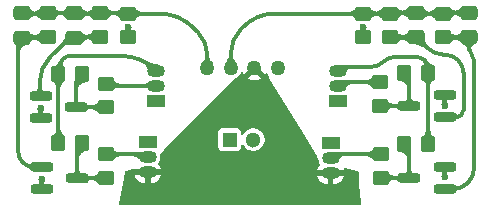
<source format=gtl>
G04 #@! TF.GenerationSoftware,KiCad,Pcbnew,9.0.3*
G04 #@! TF.CreationDate,2025-08-08T11:15:51+02:00*
G04 #@! TF.ProjectId,npn-pnp-h-bridge,6e706e2d-706e-4702-9d68-2d6272696467,rev?*
G04 #@! TF.SameCoordinates,Original*
G04 #@! TF.FileFunction,Copper,L1,Top*
G04 #@! TF.FilePolarity,Positive*
%FSLAX46Y46*%
G04 Gerber Fmt 4.6, Leading zero omitted, Abs format (unit mm)*
G04 Created by KiCad (PCBNEW 9.0.3) date 2025-08-08 11:15:51*
%MOMM*%
%LPD*%
G01*
G04 APERTURE LIST*
G04 Aperture macros list*
%AMRoundRect*
0 Rectangle with rounded corners*
0 $1 Rounding radius*
0 $2 $3 $4 $5 $6 $7 $8 $9 X,Y pos of 4 corners*
0 Add a 4 corners polygon primitive as box body*
4,1,4,$2,$3,$4,$5,$6,$7,$8,$9,$2,$3,0*
0 Add four circle primitives for the rounded corners*
1,1,$1+$1,$2,$3*
1,1,$1+$1,$4,$5*
1,1,$1+$1,$6,$7*
1,1,$1+$1,$8,$9*
0 Add four rect primitives between the rounded corners*
20,1,$1+$1,$2,$3,$4,$5,0*
20,1,$1+$1,$4,$5,$6,$7,0*
20,1,$1+$1,$6,$7,$8,$9,0*
20,1,$1+$1,$8,$9,$2,$3,0*%
G04 Aperture macros list end*
G04 #@! TA.AperFunction,SMDPad,CuDef*
%ADD10RoundRect,0.250000X-0.475000X0.337500X-0.475000X-0.337500X0.475000X-0.337500X0.475000X0.337500X0*%
G04 #@! TD*
G04 #@! TA.AperFunction,ComponentPad*
%ADD11R,1.500000X1.050000*%
G04 #@! TD*
G04 #@! TA.AperFunction,ComponentPad*
%ADD12O,1.500000X1.050000*%
G04 #@! TD*
G04 #@! TA.AperFunction,SMDPad,CuDef*
%ADD13RoundRect,0.250000X0.450000X-0.350000X0.450000X0.350000X-0.450000X0.350000X-0.450000X-0.350000X0*%
G04 #@! TD*
G04 #@! TA.AperFunction,SMDPad,CuDef*
%ADD14RoundRect,0.250000X-0.350000X-0.450000X0.350000X-0.450000X0.350000X0.450000X-0.350000X0.450000X0*%
G04 #@! TD*
G04 #@! TA.AperFunction,SMDPad,CuDef*
%ADD15RoundRect,0.250000X0.350000X0.450000X-0.350000X0.450000X-0.350000X-0.450000X0.350000X-0.450000X0*%
G04 #@! TD*
G04 #@! TA.AperFunction,ComponentPad*
%ADD16R,1.300000X1.300000*%
G04 #@! TD*
G04 #@! TA.AperFunction,ComponentPad*
%ADD17C,1.300000*%
G04 #@! TD*
G04 #@! TA.AperFunction,SMDPad,CuDef*
%ADD18RoundRect,0.250000X-0.450000X0.350000X-0.450000X-0.350000X0.450000X-0.350000X0.450000X0.350000X0*%
G04 #@! TD*
G04 #@! TA.AperFunction,SMDPad,CuDef*
%ADD19RoundRect,0.200000X-0.750000X-0.200000X0.750000X-0.200000X0.750000X0.200000X-0.750000X0.200000X0*%
G04 #@! TD*
G04 #@! TA.AperFunction,SMDPad,CuDef*
%ADD20RoundRect,0.200000X0.750000X0.200000X-0.750000X0.200000X-0.750000X-0.200000X0.750000X-0.200000X0*%
G04 #@! TD*
G04 #@! TA.AperFunction,ComponentPad*
%ADD21C,1.270000*%
G04 #@! TD*
G04 #@! TA.AperFunction,ViaPad*
%ADD22C,0.600000*%
G04 #@! TD*
G04 #@! TA.AperFunction,Conductor*
%ADD23C,0.300000*%
G04 #@! TD*
G04 #@! TA.AperFunction,Conductor*
%ADD24C,0.200000*%
G04 #@! TD*
G04 APERTURE END LIST*
D10*
G04 #@! TO.P,C3,1,+*
G04 #@! TO.N,/LO_IN*
X185540725Y-90465414D03*
G04 #@! TO.P,C3,2,-*
G04 #@! TO.N,/bQ4*
X185540725Y-92540414D03*
G04 #@! TD*
D11*
G04 #@! TO.P,Qh2,1,C*
G04 #@! TO.N,/O2*
X178950000Y-97908531D03*
D12*
G04 #@! TO.P,Qh2,2,B*
G04 #@! TO.N,/H2b*
X178950000Y-96638531D03*
G04 #@! TO.P,Qh2,3,E*
G04 #@! TO.N,+5V*
X178950000Y-95368531D03*
G04 #@! TD*
D13*
G04 #@! TO.P,R13,1,+*
G04 #@! TO.N,Net-(Q1-C)*
X159292127Y-104460000D03*
G04 #@! TO.P,R13,2,-*
G04 #@! TO.N,/L1b*
X159292127Y-102460000D03*
G04 #@! TD*
D14*
G04 #@! TO.P,R12,1,+*
G04 #@! TO.N,Net-(Q3-C)*
X184595548Y-101532500D03*
G04 #@! TO.P,R12,2,-*
G04 #@! TO.N,+5V*
X186595548Y-101532500D03*
G04 #@! TD*
D15*
G04 #@! TO.P,R7,1,+*
G04 #@! TO.N,Net-(Q2-C)*
X157292127Y-95660000D03*
G04 #@! TO.P,R7,2,-*
G04 #@! TO.N,+5V*
X155292127Y-95660000D03*
G04 #@! TD*
G04 #@! TO.P,R11,1,+*
G04 #@! TO.N,Net-(Q1-C)*
X157292127Y-101460000D03*
G04 #@! TO.P,R11,2,-*
G04 #@! TO.N,+5V*
X155292127Y-101460000D03*
G04 #@! TD*
D16*
G04 #@! TO.P,J2,1,1*
G04 #@! TO.N,/O1*
X169800000Y-101200000D03*
D17*
G04 #@! TO.P,J2,2,2*
G04 #@! TO.N,/O2*
X171800000Y-101200000D03*
G04 #@! TD*
D10*
G04 #@! TO.P,C4,1,+*
G04 #@! TO.N,/LO_IN*
X190040725Y-90465414D03*
G04 #@! TO.P,C4,2,-*
G04 #@! TO.N,/bQ3*
X190040725Y-92540414D03*
G04 #@! TD*
D18*
G04 #@! TO.P,R2,1,+*
G04 #@! TO.N,/HI_IN*
X158848672Y-90505598D03*
G04 #@! TO.P,R2,2,-*
G04 #@! TO.N,/bQ2*
X158848672Y-92505598D03*
G04 #@! TD*
G04 #@! TO.P,R14,1,+*
G04 #@! TO.N,/L2b*
X182595548Y-102432500D03*
G04 #@! TO.P,R14,2,-*
G04 #@! TO.N,Net-(Q3-C)*
X182595548Y-104432500D03*
G04 #@! TD*
D11*
G04 #@! TO.P,Qh1,1,C*
G04 #@! TO.N,/O1*
X163592127Y-97897589D03*
D12*
G04 #@! TO.P,Qh1,2,B*
G04 #@! TO.N,/H1b*
X163592127Y-96627589D03*
G04 #@! TO.P,Qh1,3,E*
G04 #@! TO.N,+5V*
X163592127Y-95357589D03*
G04 #@! TD*
D14*
G04 #@! TO.P,R10,1,+*
G04 #@! TO.N,Net-(Q4-C)*
X184595548Y-95532500D03*
G04 #@! TO.P,R10,2,-*
G04 #@! TO.N,+5V*
X186595548Y-95532500D03*
G04 #@! TD*
D18*
G04 #@! TO.P,R5,1,+*
G04 #@! TO.N,/LO_IN*
X183340725Y-90532914D03*
G04 #@! TO.P,R5,2,-*
G04 #@! TO.N,/bQ4*
X183340725Y-92532914D03*
G04 #@! TD*
D13*
G04 #@! TO.P,R8,1,+*
G04 #@! TO.N,Net-(Q2-C)*
X159292127Y-98460000D03*
G04 #@! TO.P,R8,2,-*
G04 #@! TO.N,/H1b*
X159292127Y-96460000D03*
G04 #@! TD*
D19*
G04 #@! TO.P,Q2,1,B*
G04 #@! TO.N,/bQ2*
X153792127Y-97510000D03*
G04 #@! TO.P,Q2,2,E*
G04 #@! TO.N,GND*
X153792127Y-99410000D03*
G04 #@! TO.P,Q2,3,C*
G04 #@! TO.N,Net-(Q2-C)*
X156792127Y-98460000D03*
G04 #@! TD*
D13*
G04 #@! TO.P,R4,1,+*
G04 #@! TO.N,GND*
X181100000Y-92532914D03*
G04 #@! TO.P,R4,2,-*
G04 #@! TO.N,/LO_IN*
X181100000Y-90532914D03*
G04 #@! TD*
D18*
G04 #@! TO.P,R6,1,+*
G04 #@! TO.N,/LO_IN*
X187840725Y-90532914D03*
G04 #@! TO.P,R6,2,-*
G04 #@! TO.N,/bQ3*
X187840725Y-92532914D03*
G04 #@! TD*
D10*
G04 #@! TO.P,C2,1,+*
G04 #@! TO.N,/HI_IN*
X156648672Y-90498098D03*
G04 #@! TO.P,C2,2,-*
G04 #@! TO.N,/bQ2*
X156648672Y-92573098D03*
G04 #@! TD*
D20*
G04 #@! TO.P,Q3,1,B*
G04 #@! TO.N,/bQ3*
X187995548Y-105382500D03*
G04 #@! TO.P,Q3,2,E*
G04 #@! TO.N,GND*
X187995548Y-103482500D03*
G04 #@! TO.P,Q3,3,C*
G04 #@! TO.N,Net-(Q3-C)*
X184995548Y-104432500D03*
G04 #@! TD*
D21*
G04 #@! TO.P,J1,1,1*
G04 #@! TO.N,+5V*
X173895099Y-95117400D03*
G04 #@! TO.P,J1,2,2*
G04 #@! TO.N,GND*
X171895100Y-95117400D03*
G04 #@! TO.P,J1,3,3*
G04 #@! TO.N,/LO_IN*
X169895099Y-95117400D03*
G04 #@! TO.P,J1,4,4*
G04 #@! TO.N,/HI_IN*
X167895101Y-95117400D03*
G04 #@! TD*
D10*
G04 #@! TO.P,C1,1,+*
G04 #@! TO.N,/HI_IN*
X152182422Y-90498098D03*
G04 #@! TO.P,C1,2,-*
G04 #@! TO.N,/bQ1*
X152182422Y-92573098D03*
G04 #@! TD*
D11*
G04 #@! TO.P,Ql2,1,C*
G04 #@! TO.N,/O2*
X178335548Y-101508531D03*
D12*
G04 #@! TO.P,Ql2,2,B*
G04 #@! TO.N,/L2b*
X178335548Y-102778531D03*
G04 #@! TO.P,Ql2,3,E*
G04 #@! TO.N,GND*
X178335548Y-104048531D03*
G04 #@! TD*
D11*
G04 #@! TO.P,Ql1,1,C*
G04 #@! TO.N,/O1*
X162862127Y-101427589D03*
D12*
G04 #@! TO.P,Ql1,2,B*
G04 #@! TO.N,/L1b*
X162862127Y-102697589D03*
G04 #@! TO.P,Ql1,3,E*
G04 #@! TO.N,GND*
X162862127Y-103967589D03*
G04 #@! TD*
D18*
G04 #@! TO.P,R1,1,+*
G04 #@! TO.N,/HI_IN*
X154382422Y-90505598D03*
G04 #@! TO.P,R1,2,-*
G04 #@! TO.N,/bQ1*
X154382422Y-92505598D03*
G04 #@! TD*
D20*
G04 #@! TO.P,Q4,1,B*
G04 #@! TO.N,/bQ4*
X187995548Y-99282500D03*
G04 #@! TO.P,Q4,2,E*
G04 #@! TO.N,GND*
X187995548Y-97382500D03*
G04 #@! TO.P,Q4,3,C*
G04 #@! TO.N,Net-(Q4-C)*
X184995548Y-98332500D03*
G04 #@! TD*
D19*
G04 #@! TO.P,Q1,1,B*
G04 #@! TO.N,/bQ1*
X153892127Y-103510000D03*
G04 #@! TO.P,Q1,2,E*
G04 #@! TO.N,GND*
X153892127Y-105410000D03*
G04 #@! TO.P,Q1,3,C*
G04 #@! TO.N,Net-(Q1-C)*
X156892127Y-104460000D03*
G04 #@! TD*
D13*
G04 #@! TO.P,R3,1,+*
G04 #@! TO.N,GND*
X161200000Y-92535598D03*
G04 #@! TO.P,R3,2,-*
G04 #@! TO.N,/HI_IN*
X161200000Y-90535598D03*
G04 #@! TD*
D18*
G04 #@! TO.P,R9,1,+*
G04 #@! TO.N,/H2b*
X182495548Y-96332500D03*
G04 #@! TO.P,R9,2,-*
G04 #@! TO.N,Net-(Q4-C)*
X182495548Y-98332500D03*
G04 #@! TD*
D22*
G04 #@! TO.N,GND*
X168450000Y-104112600D03*
X188000000Y-98332500D03*
X173200000Y-104112600D03*
X161200000Y-91635598D03*
X161200000Y-105612600D03*
X180450000Y-106362600D03*
X174450000Y-104112600D03*
X153900000Y-104500000D03*
X188000000Y-104400000D03*
X169700000Y-104112600D03*
X180450000Y-105612600D03*
X175700000Y-104112600D03*
X161200000Y-106362600D03*
X153800000Y-98500000D03*
X167200000Y-104112600D03*
X181100000Y-91632914D03*
X165950000Y-104112600D03*
X171950000Y-104112600D03*
G04 #@! TD*
D23*
G04 #@! TO.N,/HI_IN*
X156696401Y-90535598D02*
X158733442Y-90535598D01*
X167895101Y-94006250D02*
X167895101Y-95117400D01*
X166715349Y-91715349D02*
X167109399Y-92109399D01*
X161247729Y-90535598D02*
X163867177Y-90535598D01*
X158896401Y-90468098D02*
X161084770Y-90468098D01*
X154267192Y-90535598D02*
X152182422Y-90535598D01*
X154430151Y-90468098D02*
X156533442Y-90468098D01*
X158882422Y-90434348D02*
X159156770Y-90160000D01*
X158814922Y-90501848D02*
X158882422Y-90434348D01*
X154267192Y-90535598D02*
G75*
G03*
X154348669Y-90501845I8J115198D01*
G01*
X161166250Y-90501848D02*
G75*
G03*
X161247729Y-90535586I81450J81448D01*
G01*
X158814922Y-90501848D02*
G75*
G02*
X158896401Y-90468091I81478J-81452D01*
G01*
X167109399Y-92109399D02*
G75*
G02*
X167895122Y-94006250I-1896899J-1896901D01*
G01*
X156533442Y-90468098D02*
G75*
G02*
X156614895Y-90501875I-42J-115202D01*
G01*
X166715349Y-91715349D02*
G75*
G03*
X163867177Y-90535608I-2848149J-2848151D01*
G01*
X158814922Y-90501848D02*
G75*
G02*
X158733442Y-90535637I-81522J81448D01*
G01*
X161084770Y-90468098D02*
G75*
G02*
X161166259Y-90501839I30J-115202D01*
G01*
X158896401Y-90468098D02*
G75*
G02*
X158882388Y-90434314I-1J19798D01*
G01*
X156696401Y-90535598D02*
G75*
G02*
X156614928Y-90501842I-1J115198D01*
G01*
X154430151Y-90468098D02*
G75*
G03*
X154348652Y-90501828I-51J-115202D01*
G01*
G04 #@! TO.N,/LO_IN*
X187955954Y-90465414D02*
X190040725Y-90465414D01*
X181100000Y-90532914D02*
X173602912Y-90532914D01*
X170981092Y-91618907D02*
X170748045Y-91851953D01*
X183455954Y-90465414D02*
X185492995Y-90465414D01*
X183292995Y-90532914D02*
X181100000Y-90532914D01*
X169895099Y-93911150D02*
X169895099Y-95117400D01*
X185655954Y-90532914D02*
X187792995Y-90532914D01*
X183374475Y-90499164D02*
G75*
G02*
X183292995Y-90532915I-81475J81464D01*
G01*
X185574475Y-90499164D02*
G75*
G03*
X185655954Y-90532951I81525J81464D01*
G01*
X170981092Y-91618907D02*
G75*
G02*
X173602912Y-90532914I2621808J-2621793D01*
G01*
X187874475Y-90499164D02*
G75*
G02*
X187955954Y-90465369I81525J-81436D01*
G01*
X185574475Y-90499164D02*
G75*
G03*
X185492995Y-90465405I-81475J-81436D01*
G01*
X169895099Y-93911150D02*
G75*
G02*
X170748030Y-91851938I2912101J50D01*
G01*
X183374475Y-90499164D02*
G75*
G02*
X183455954Y-90465369I81525J-81436D01*
G01*
X187874475Y-90499164D02*
G75*
G02*
X187792995Y-90532915I-81475J81464D01*
G01*
G04 #@! TO.N,/bQ2*
X158848672Y-92505598D02*
X156716172Y-92505598D01*
X156716172Y-92505598D02*
X156648672Y-92573098D01*
X153700000Y-97417873D02*
X153792127Y-97510000D01*
X156648672Y-92573098D02*
X156239502Y-92573098D01*
X156239502Y-92573098D02*
X154578679Y-94233921D01*
X153700000Y-96355241D02*
X153700000Y-97417873D01*
X153700000Y-96355241D02*
G75*
G02*
X154578659Y-94233901I3000000J41D01*
G01*
G04 #@! TO.N,/bQ4*
X187881524Y-94000000D02*
X188003670Y-94000000D01*
X185527921Y-92532914D02*
X183340725Y-92532914D01*
X188998060Y-99282500D02*
X187995548Y-99282500D01*
X185546028Y-92540414D02*
X185590569Y-92540414D01*
X185675659Y-92575659D02*
X186547379Y-93447379D01*
X189595548Y-98685012D02*
X189595548Y-95591877D01*
X185675659Y-92575659D02*
G75*
G03*
X185590569Y-92540421I-85059J-85041D01*
G01*
X187881524Y-94000000D02*
G75*
G02*
X186547360Y-93447398I-24J1886800D01*
G01*
X189595548Y-98685012D02*
G75*
G02*
X189420554Y-99107506I-597548J12D01*
G01*
X185527921Y-92532914D02*
G75*
G02*
X185536961Y-92536678I-21J-12786D01*
G01*
X188998060Y-99282500D02*
G75*
G03*
X189420570Y-99107522I40J597500D01*
G01*
X185546028Y-92540414D02*
G75*
G02*
X185536959Y-92536680I-28J12814D01*
G01*
X189595548Y-95591877D02*
G75*
G03*
X189129281Y-94466267I-1591848J-23D01*
G01*
X188003670Y-94000000D02*
G75*
G02*
X189129317Y-94466231I30J-1591900D01*
G01*
G04 #@! TO.N,GND*
X153792127Y-98513440D02*
X153792127Y-99410000D01*
D24*
X161200000Y-91635598D02*
X161200000Y-92535598D01*
D23*
X153892127Y-104513440D02*
X153892127Y-105410000D01*
X188000000Y-104400000D02*
X187997774Y-104397774D01*
X153796063Y-98503936D02*
X153800000Y-98500000D01*
D24*
X181100000Y-91632914D02*
X181100000Y-92532914D01*
D23*
X153900000Y-104500000D02*
X153896063Y-104503936D01*
X187995548Y-98324899D02*
X187995548Y-97382500D01*
X187997774Y-98330274D02*
X188000000Y-98332500D01*
X187995548Y-104392399D02*
X187995548Y-103482500D01*
X153796063Y-98503936D02*
G75*
G03*
X153792164Y-98513440I9537J-9464D01*
G01*
X153892127Y-104513440D02*
G75*
G02*
X153896037Y-104503910I13473J40D01*
G01*
X187997774Y-98330274D02*
G75*
G02*
X187995534Y-98324899I5326J5374D01*
G01*
X187995548Y-104392399D02*
G75*
G03*
X187997784Y-104397764I7552J-1D01*
G01*
G04 #@! TO.N,+5V*
X181778833Y-95032500D02*
X179286031Y-95032500D01*
X185578883Y-94200000D02*
X183788666Y-94200000D01*
X186595548Y-95532500D02*
X186595548Y-101532500D01*
X155292127Y-95660000D02*
X155292127Y-101460000D01*
X160586458Y-94112600D02*
X156303553Y-94112600D01*
X155292127Y-95347293D02*
X155292127Y-95660000D01*
X186334996Y-94534996D02*
X186297774Y-94497774D01*
X186595548Y-95532500D02*
X186595548Y-95164024D01*
X179286031Y-95032500D02*
X178950000Y-95368531D01*
X156303553Y-94112600D02*
G75*
G03*
X155700014Y-94362614I47J-853600D01*
G01*
X186297774Y-94497774D02*
G75*
G03*
X185578883Y-94200022I-718874J-718926D01*
G01*
X155700000Y-94362600D02*
G75*
G03*
X155292124Y-95347293I984700J-984700D01*
G01*
X183788666Y-94200000D02*
G75*
G03*
X182783760Y-94616260I34J-1421200D01*
G01*
X163592127Y-95357589D02*
G75*
G03*
X160586458Y-94112642I-3005627J-3005711D01*
G01*
X182783750Y-94616250D02*
G75*
G02*
X181778833Y-95032514I-1004950J1004950D01*
G01*
X186595548Y-95164024D02*
G75*
G03*
X186335001Y-94534991I-889548J24D01*
G01*
G04 #@! TO.N,/bQ1*
X152382124Y-92535598D02*
X154369618Y-92535598D01*
X151900000Y-102243109D02*
X151900000Y-93017722D01*
X153166890Y-103510000D02*
X153892127Y-103510000D01*
X154378672Y-92539348D02*
X154382422Y-92543098D01*
X152041211Y-92676809D02*
G75*
G02*
X152382124Y-92535609I340889J-340891D01*
G01*
X152271063Y-103138936D02*
G75*
G02*
X151899996Y-102243109I895837J895836D01*
G01*
X152041211Y-92676809D02*
G75*
G03*
X151900009Y-93017722I340889J-340891D01*
G01*
X152271063Y-103138936D02*
G75*
G03*
X153166890Y-103510004I895837J895836D01*
G01*
X154378672Y-92539348D02*
G75*
G03*
X154369618Y-92535584I-9072J-9052D01*
G01*
G04 #@! TO.N,/bQ3*
X190495548Y-94517156D02*
X190495548Y-103590037D01*
X190027921Y-92532914D02*
X187840725Y-92532914D01*
X190040725Y-92545717D02*
X190040725Y-93419116D01*
X188720548Y-105382500D02*
X187995548Y-105382500D01*
X189958200Y-104869847D02*
X189970547Y-104857499D01*
X189958200Y-104869847D02*
G75*
G02*
X188720548Y-105382535I-1237700J1237647D01*
G01*
X190495548Y-94517156D02*
G75*
G03*
X190268118Y-93968154I-776448J-44D01*
G01*
X190040725Y-93419116D02*
G75*
G03*
X190268135Y-93968137I776475J16D01*
G01*
X190495548Y-103590037D02*
G75*
G02*
X189970526Y-104857478I-1792448J37D01*
G01*
X190040725Y-92545717D02*
G75*
G03*
X190036988Y-92536651I-12825J17D01*
G01*
X190036975Y-92536664D02*
G75*
G03*
X190027921Y-92532894I-9075J-9036D01*
G01*
G04 #@! TO.N,Net-(Q1-C)*
X157092127Y-101660000D02*
X157292127Y-101460000D01*
X156892127Y-104460000D02*
X159292127Y-104460000D01*
X156892127Y-102142842D02*
X156892127Y-104460000D01*
X156892127Y-102142842D02*
G75*
G02*
X157092099Y-101659972I682873J42D01*
G01*
G04 #@! TO.N,Net-(Q2-C)*
X156792127Y-96342842D02*
X156792127Y-98460000D01*
X156992127Y-95860000D02*
X157156771Y-95695355D01*
X156792127Y-98460000D02*
X159292127Y-98460000D01*
X157242127Y-95660000D02*
X157292127Y-95660000D01*
X157242127Y-95660000D02*
G75*
G03*
X157156760Y-95695344I-27J-120700D01*
G01*
X156992127Y-95860000D02*
G75*
G03*
X156792166Y-96342842I482873J-482800D01*
G01*
G04 #@! TO.N,Net-(Q3-C)*
X184795548Y-101732500D02*
X184595548Y-101532500D01*
X184995548Y-104432500D02*
X182595548Y-104432500D01*
X184995548Y-102215342D02*
X184995548Y-104432500D01*
X184995548Y-102215342D02*
G75*
G03*
X184795570Y-101732478I-682848J42D01*
G01*
G04 #@! TO.N,Net-(Q4-C)*
X184645548Y-95532500D02*
X184595548Y-95532500D01*
X184845548Y-95682500D02*
X184730903Y-95567855D01*
X184995548Y-98332500D02*
X184995548Y-96044632D01*
X184995548Y-98332500D02*
X182495548Y-98332500D01*
X184645548Y-95532500D02*
G75*
G02*
X184730877Y-95567881I-48J-120700D01*
G01*
X184845548Y-95682500D02*
G75*
G02*
X184995521Y-96044632I-362148J-362100D01*
G01*
G04 #@! TO.N,/H1b*
X163592127Y-96627589D02*
X159696723Y-96627589D01*
X159696723Y-96627589D02*
G75*
G02*
X159292115Y-96460012I-23J572189D01*
G01*
G04 #@! TO.N,/H2b*
X179265548Y-96332500D02*
X178959517Y-96638531D01*
X182495548Y-96332500D02*
X179265548Y-96332500D01*
X178959517Y-96638531D02*
X178950000Y-96638531D01*
G04 #@! TO.N,/L1b*
X159292127Y-102460000D02*
X162822127Y-102460000D01*
X162822127Y-102460000D02*
X162862127Y-102500000D01*
X162862127Y-102500000D02*
X162862127Y-102697589D01*
G04 #@! TO.N,/L2b*
X178345548Y-102432500D02*
X178335548Y-102442500D01*
X182595548Y-102432500D02*
X178345548Y-102432500D01*
X178335548Y-102442500D02*
X178335548Y-102778531D01*
G04 #@! TD*
G04 #@! TA.AperFunction,Conductor*
G04 #@! TO.N,/bQ4*
G36*
X186259834Y-92407398D02*
G01*
X186264735Y-92414893D01*
X186264921Y-92417692D01*
X186260099Y-92507093D01*
X186260099Y-92507107D01*
X186269566Y-92606696D01*
X186269567Y-92606702D01*
X186291186Y-92707638D01*
X186330088Y-92827065D01*
X186380293Y-92943129D01*
X186380304Y-92943152D01*
X186445971Y-93065601D01*
X186445979Y-93065615D01*
X186517364Y-93176409D01*
X186517368Y-93176415D01*
X186517373Y-93176421D01*
X186645206Y-93331672D01*
X186647820Y-93340237D01*
X186644569Y-93347258D01*
X186450942Y-93546722D01*
X186442721Y-93550272D01*
X186434509Y-93547074D01*
X186419215Y-93532613D01*
X186408453Y-93522436D01*
X186408450Y-93522434D01*
X186408448Y-93522432D01*
X186321257Y-93451898D01*
X186218344Y-93382674D01*
X186094007Y-93318120D01*
X185984718Y-93261379D01*
X185743911Y-93176671D01*
X185743910Y-93176670D01*
X185517697Y-93132975D01*
X185517687Y-93132974D01*
X185331693Y-93128327D01*
X185323508Y-93124695D01*
X185320289Y-93116339D01*
X185321055Y-93112456D01*
X185537674Y-92545822D01*
X185543829Y-92539320D01*
X185546426Y-92538507D01*
X186251071Y-92405565D01*
X186259834Y-92407398D01*
G37*
G04 #@! TD.AperFunction*
G04 #@! TD*
G04 #@! TA.AperFunction,Conductor*
G04 #@! TO.N,/bQ3*
G36*
X189478559Y-91981376D02*
G01*
X189481855Y-91983679D01*
X190033382Y-92532118D01*
X190036832Y-92540381D01*
X190033428Y-92548664D01*
X190033382Y-92548710D01*
X189483263Y-93095748D01*
X189474980Y-93099152D01*
X189466717Y-93095702D01*
X189464151Y-93091800D01*
X189443815Y-93040948D01*
X189409416Y-92985602D01*
X189356907Y-92925861D01*
X189356898Y-92925852D01*
X189294147Y-92872806D01*
X189294145Y-92872804D01*
X189294143Y-92872802D01*
X189294141Y-92872801D01*
X189207543Y-92817246D01*
X189113696Y-92771405D01*
X189113697Y-92771405D01*
X189113695Y-92771404D01*
X189004135Y-92731115D01*
X189004115Y-92731108D01*
X188897112Y-92703043D01*
X188897113Y-92703043D01*
X188897107Y-92703042D01*
X188897106Y-92703042D01*
X188849679Y-92697389D01*
X188738540Y-92684143D01*
X188730731Y-92679761D01*
X188728225Y-92672525D01*
X188728225Y-92393761D01*
X188731652Y-92385488D01*
X188739039Y-92382094D01*
X188829165Y-92375266D01*
X189029863Y-92328763D01*
X189205811Y-92255022D01*
X189336580Y-92167551D01*
X189422864Y-92072904D01*
X189422864Y-92072903D01*
X189422866Y-92072901D01*
X189439829Y-92036606D01*
X189463007Y-91987019D01*
X189469613Y-91980977D01*
X189478559Y-91981376D01*
G37*
G04 #@! TD.AperFunction*
G04 #@! TD*
G04 #@! TA.AperFunction,Conductor*
G04 #@! TO.N,/HI_IN*
G36*
X168042455Y-94007745D02*
G01*
X168045954Y-94015200D01*
X168059933Y-94191268D01*
X168097936Y-94323018D01*
X168158063Y-94425800D01*
X168158064Y-94425801D01*
X168239275Y-94525887D01*
X168274741Y-94567835D01*
X168275149Y-94568347D01*
X168415639Y-94754736D01*
X168417882Y-94763404D01*
X168413338Y-94771120D01*
X168412809Y-94771497D01*
X167901626Y-95114034D01*
X167892846Y-95115792D01*
X167888600Y-95114034D01*
X167377261Y-94771409D01*
X167372296Y-94763957D01*
X167374054Y-94755176D01*
X167374341Y-94754768D01*
X167374366Y-94754735D01*
X167468027Y-94627081D01*
X167468517Y-94626459D01*
X167555954Y-94523177D01*
X167604234Y-94467061D01*
X167682608Y-94354909D01*
X167709037Y-94295176D01*
X167728505Y-94225354D01*
X167737167Y-94162224D01*
X167741761Y-94128750D01*
X167741763Y-94128725D01*
X167743095Y-94080778D01*
X167744801Y-94019440D01*
X167748456Y-94011267D01*
X167756340Y-94008068D01*
X168034139Y-94004427D01*
X168042455Y-94007745D01*
G37*
G04 #@! TD.AperFunction*
G04 #@! TD*
G04 #@! TA.AperFunction,Conductor*
G04 #@! TO.N,/bQ4*
G36*
X184978559Y-91981376D02*
G01*
X184981855Y-91983679D01*
X185533382Y-92532118D01*
X185536832Y-92540381D01*
X185533428Y-92548664D01*
X185533382Y-92548710D01*
X184983263Y-93095748D01*
X184974980Y-93099152D01*
X184966717Y-93095702D01*
X184964151Y-93091800D01*
X184943815Y-93040948D01*
X184909416Y-92985602D01*
X184856907Y-92925861D01*
X184856898Y-92925852D01*
X184794147Y-92872806D01*
X184794145Y-92872804D01*
X184794143Y-92872802D01*
X184794141Y-92872801D01*
X184707543Y-92817246D01*
X184613696Y-92771405D01*
X184613697Y-92771405D01*
X184613695Y-92771404D01*
X184504135Y-92731115D01*
X184504115Y-92731108D01*
X184397112Y-92703043D01*
X184397113Y-92703043D01*
X184397107Y-92703042D01*
X184397106Y-92703042D01*
X184349679Y-92697389D01*
X184238540Y-92684143D01*
X184230731Y-92679761D01*
X184228225Y-92672525D01*
X184228225Y-92393761D01*
X184231652Y-92385488D01*
X184239039Y-92382094D01*
X184329165Y-92375266D01*
X184529863Y-92328763D01*
X184705811Y-92255022D01*
X184836580Y-92167551D01*
X184922864Y-92072904D01*
X184922864Y-92072903D01*
X184922866Y-92072901D01*
X184939829Y-92036606D01*
X184963007Y-91987019D01*
X184969613Y-91980977D01*
X184978559Y-91981376D01*
G37*
G04 #@! TD.AperFunction*
G04 #@! TD*
G04 #@! TA.AperFunction,Conductor*
G04 #@! TO.N,/H1b*
G36*
X163270952Y-96122916D02*
G01*
X163272419Y-96124771D01*
X163589113Y-96621297D01*
X163590673Y-96630115D01*
X163589113Y-96633881D01*
X163272870Y-97129698D01*
X163265532Y-97134830D01*
X163256714Y-97133270D01*
X163254409Y-97131342D01*
X163211191Y-97084499D01*
X163198287Y-97073828D01*
X163136249Y-97022522D01*
X163051461Y-96968063D01*
X163051447Y-96968054D01*
X163014335Y-96949475D01*
X162939730Y-96912125D01*
X162821635Y-96866427D01*
X162821632Y-96866426D01*
X162821624Y-96866423D01*
X162683843Y-96826118D01*
X162683844Y-96826118D01*
X162549870Y-96798245D01*
X162337834Y-96778574D01*
X162329913Y-96774398D01*
X162327215Y-96766924D01*
X162327215Y-96488760D01*
X162330642Y-96480487D01*
X162338309Y-96477076D01*
X162436468Y-96471981D01*
X162436474Y-96471980D01*
X162436481Y-96471980D01*
X162560792Y-96455060D01*
X162801057Y-96395586D01*
X163003672Y-96312855D01*
X163157362Y-96216822D01*
X163254410Y-96122665D01*
X163262732Y-96119364D01*
X163270952Y-96122916D01*
G37*
G04 #@! TD.AperFunction*
G04 #@! TD*
G04 #@! TA.AperFunction,Conductor*
G04 #@! TO.N,/HI_IN*
G36*
X157221928Y-89943556D02*
G01*
X157224862Y-89948524D01*
X157226622Y-89954548D01*
X157253929Y-90017780D01*
X157253931Y-90017783D01*
X157253934Y-90017789D01*
X157291483Y-90076042D01*
X157346998Y-90138407D01*
X157412298Y-90193794D01*
X157499465Y-90250643D01*
X157592946Y-90297554D01*
X157698033Y-90337614D01*
X157800318Y-90365625D01*
X157950914Y-90384324D01*
X157958702Y-90388744D01*
X157961172Y-90395935D01*
X157961172Y-90674596D01*
X157957745Y-90682869D01*
X157950192Y-90686274D01*
X157878467Y-90690695D01*
X157873032Y-90691031D01*
X157804142Y-90704971D01*
X157666362Y-90732852D01*
X157485781Y-90801360D01*
X157353009Y-90883170D01*
X157266375Y-90971802D01*
X157266371Y-90971808D01*
X157226560Y-91052025D01*
X157219813Y-91057913D01*
X157210879Y-91057304D01*
X157207831Y-91055121D01*
X156656013Y-90506392D01*
X156652564Y-90498131D01*
X156655968Y-90489848D01*
X157205383Y-89943509D01*
X157213665Y-89940106D01*
X157221928Y-89943556D01*
G37*
G04 #@! TD.AperFunction*
G04 #@! TD*
G04 #@! TA.AperFunction,Conductor*
G04 #@! TO.N,/H2b*
G36*
X179247336Y-96142355D02*
G01*
X179333926Y-96163149D01*
X179468790Y-96177971D01*
X179536220Y-96185383D01*
X179544702Y-96185550D01*
X179754602Y-96189708D01*
X179961778Y-96185595D01*
X179961778Y-96185596D01*
X179961780Y-96185594D01*
X180110239Y-96182730D01*
X180118577Y-96185997D01*
X180122163Y-96194202D01*
X180122165Y-96194428D01*
X180122165Y-96472309D01*
X180118738Y-96480582D01*
X180112071Y-96483898D01*
X180013643Y-96497534D01*
X180013638Y-96497535D01*
X179861388Y-96557661D01*
X179861384Y-96557663D01*
X179723234Y-96651879D01*
X179615562Y-96767188D01*
X179615562Y-96767189D01*
X179542893Y-96896025D01*
X179510229Y-97019465D01*
X179504799Y-97026586D01*
X179495925Y-97027783D01*
X179492123Y-97025997D01*
X178956683Y-96644012D01*
X178951938Y-96636417D01*
X178952730Y-96629864D01*
X179170498Y-96123987D01*
X179176917Y-96117744D01*
X179185575Y-96117744D01*
X179247336Y-96142355D01*
G37*
G04 #@! TD.AperFunction*
G04 #@! TD*
G04 #@! TA.AperFunction,Conductor*
G04 #@! TO.N,/LO_IN*
G36*
X170034072Y-93912919D02*
G01*
X170042300Y-93916451D01*
X170045609Y-93924062D01*
X170055425Y-94130223D01*
X170093145Y-94283294D01*
X170093149Y-94283306D01*
X170158348Y-94405484D01*
X170158351Y-94405489D01*
X170251137Y-94529983D01*
X170251193Y-94530059D01*
X170415868Y-94754769D01*
X170417994Y-94763468D01*
X170413347Y-94771122D01*
X170412944Y-94771405D01*
X169901600Y-95114034D01*
X169892819Y-95115792D01*
X169888574Y-95114034D01*
X169377187Y-94771361D01*
X169372222Y-94763908D01*
X169373980Y-94755128D01*
X169374202Y-94754808D01*
X169531424Y-94537300D01*
X169531510Y-94537184D01*
X169585397Y-94465609D01*
X169670793Y-94329867D01*
X169699623Y-94260141D01*
X169721223Y-94180000D01*
X169738125Y-94060828D01*
X169744591Y-93920541D01*
X169748395Y-93912438D01*
X169756426Y-93909384D01*
X170034072Y-93912919D01*
G37*
G04 #@! TD.AperFunction*
G04 #@! TD*
G04 #@! TA.AperFunction,Conductor*
G04 #@! TO.N,/LO_IN*
G36*
X188391297Y-89963808D02*
G01*
X188393806Y-89967223D01*
X188424150Y-90029786D01*
X188424151Y-90029787D01*
X188424152Y-90029789D01*
X188469322Y-90083411D01*
X188525758Y-90131034D01*
X188609949Y-90183059D01*
X188703845Y-90225991D01*
X188825246Y-90266668D01*
X188945472Y-90294739D01*
X189130258Y-90314305D01*
X189138123Y-90318584D01*
X189140725Y-90325940D01*
X189140725Y-90605006D01*
X189137298Y-90613279D01*
X189130389Y-90616626D01*
X189003946Y-90631462D01*
X188816078Y-90690622D01*
X188651652Y-90777678D01*
X188527665Y-90879212D01*
X188527658Y-90879219D01*
X188444928Y-90988598D01*
X188444927Y-90988600D01*
X188406768Y-91087665D01*
X188400596Y-91094153D01*
X188391644Y-91094377D01*
X188387495Y-91091650D01*
X187847592Y-90540938D01*
X187844248Y-90532631D01*
X187847425Y-90524730D01*
X188374759Y-89964310D01*
X188382923Y-89960634D01*
X188391297Y-89963808D01*
G37*
G04 #@! TD.AperFunction*
G04 #@! TD*
G04 #@! TA.AperFunction,Conductor*
G04 #@! TO.N,/bQ1*
G36*
X153076157Y-103130143D02*
G01*
X153738502Y-103438514D01*
X153865920Y-103497837D01*
X153871974Y-103504436D01*
X153871589Y-103513382D01*
X153864990Y-103519436D01*
X153864557Y-103519585D01*
X152981736Y-103802859D01*
X152972811Y-103802123D01*
X152967034Y-103795334D01*
X152952396Y-103750285D01*
X152952395Y-103750284D01*
X152952395Y-103750282D01*
X152911802Y-103698706D01*
X152911796Y-103698700D01*
X152854357Y-103651848D01*
X152854353Y-103651845D01*
X152785560Y-103609859D01*
X152785559Y-103609858D01*
X152785555Y-103609856D01*
X152728300Y-103583553D01*
X152635890Y-103541099D01*
X152635872Y-103541092D01*
X152510528Y-103495033D01*
X152503944Y-103488963D01*
X152503581Y-103480016D01*
X152504133Y-103478748D01*
X152630018Y-103231689D01*
X152636826Y-103225876D01*
X152643378Y-103225678D01*
X152724473Y-103246731D01*
X152853885Y-103256777D01*
X152953190Y-103238152D01*
X153022442Y-103195216D01*
X153047296Y-103164159D01*
X153060632Y-103135775D01*
X153067251Y-103129745D01*
X153076157Y-103130143D01*
G37*
G04 #@! TD.AperFunction*
G04 #@! TD*
G04 #@! TA.AperFunction,Conductor*
G04 #@! TO.N,/H2b*
G36*
X181958155Y-95761618D02*
G01*
X181961857Y-95764262D01*
X182489003Y-96324482D01*
X182492177Y-96332856D01*
X182489003Y-96340518D01*
X181963374Y-96899126D01*
X181955209Y-96902803D01*
X181946835Y-96899629D01*
X181944043Y-96895584D01*
X181921480Y-96841097D01*
X181886193Y-96785772D01*
X181886191Y-96785770D01*
X181886190Y-96785768D01*
X181832453Y-96725904D01*
X181768386Y-96672710D01*
X181768383Y-96672708D01*
X181680183Y-96617002D01*
X181680177Y-96616999D01*
X181584754Y-96571020D01*
X181584728Y-96571009D01*
X181473804Y-96530697D01*
X181473795Y-96530695D01*
X181365598Y-96502601D01*
X181365578Y-96502597D01*
X181205875Y-96483720D01*
X181198061Y-96479346D01*
X181195548Y-96472101D01*
X181195548Y-96193223D01*
X181198975Y-96184950D01*
X181206229Y-96181567D01*
X181311388Y-96172390D01*
X181311390Y-96172389D01*
X181311395Y-96172389D01*
X181511760Y-96121892D01*
X181511760Y-96121891D01*
X181511763Y-96121891D01*
X181686627Y-96044425D01*
X181816803Y-95953466D01*
X181902865Y-95855535D01*
X181942677Y-95767457D01*
X181949205Y-95761334D01*
X181958155Y-95761618D01*
G37*
G04 #@! TD.AperFunction*
G04 #@! TD*
G04 #@! TA.AperFunction,Conductor*
G04 #@! TO.N,/HI_IN*
G36*
X158311330Y-89934904D02*
G01*
X158315248Y-89937643D01*
X158842127Y-90497580D01*
X158845301Y-90505954D01*
X158842127Y-90513616D01*
X158315725Y-91073044D01*
X158307560Y-91076721D01*
X158299186Y-91073547D01*
X158296294Y-91069251D01*
X158281829Y-91031900D01*
X158281828Y-91031899D01*
X158281827Y-91031895D01*
X158250944Y-90981425D01*
X158200682Y-90924275D01*
X158139642Y-90873498D01*
X158139640Y-90873497D01*
X158139638Y-90873495D01*
X158052653Y-90819280D01*
X157957391Y-90774530D01*
X157841776Y-90734018D01*
X157728407Y-90705898D01*
X157559059Y-90686771D01*
X157551223Y-90682437D01*
X157548672Y-90675145D01*
X157548672Y-90396172D01*
X157552099Y-90387899D01*
X157559192Y-90384532D01*
X157675345Y-90372773D01*
X157870427Y-90317923D01*
X158041423Y-90235449D01*
X158169993Y-90138881D01*
X158255818Y-90034893D01*
X158295970Y-89941057D01*
X158302376Y-89934800D01*
X158311330Y-89934904D01*
G37*
G04 #@! TD.AperFunction*
G04 #@! TD*
G04 #@! TA.AperFunction,Conductor*
G04 #@! TO.N,Net-(Q2-C)*
G36*
X158754734Y-97889118D02*
G01*
X158758436Y-97891762D01*
X159285582Y-98451982D01*
X159288756Y-98460356D01*
X159285582Y-98468018D01*
X158759953Y-99026626D01*
X158751788Y-99030303D01*
X158743414Y-99027129D01*
X158740622Y-99023084D01*
X158718059Y-98968597D01*
X158682772Y-98913272D01*
X158682770Y-98913270D01*
X158682769Y-98913268D01*
X158629032Y-98853404D01*
X158564965Y-98800210D01*
X158564962Y-98800208D01*
X158476762Y-98744502D01*
X158476756Y-98744499D01*
X158381333Y-98698520D01*
X158381307Y-98698509D01*
X158270383Y-98658197D01*
X158270374Y-98658195D01*
X158162177Y-98630101D01*
X158162157Y-98630097D01*
X158002454Y-98611220D01*
X157994640Y-98606846D01*
X157992127Y-98599601D01*
X157992127Y-98320723D01*
X157995554Y-98312450D01*
X158002808Y-98309067D01*
X158107967Y-98299890D01*
X158107969Y-98299889D01*
X158107974Y-98299889D01*
X158308339Y-98249392D01*
X158308339Y-98249391D01*
X158308342Y-98249391D01*
X158483206Y-98171925D01*
X158613382Y-98080966D01*
X158699444Y-97983035D01*
X158739256Y-97894957D01*
X158745784Y-97888834D01*
X158754734Y-97889118D01*
G37*
G04 #@! TD.AperFunction*
G04 #@! TD*
G04 #@! TA.AperFunction,Conductor*
G04 #@! TO.N,/bQ1*
G36*
X153845080Y-91934904D02*
G01*
X153848998Y-91937643D01*
X154375877Y-92497580D01*
X154379051Y-92505954D01*
X154375877Y-92513616D01*
X153849475Y-93073044D01*
X153841310Y-93076721D01*
X153832936Y-93073547D01*
X153830044Y-93069251D01*
X153815579Y-93031900D01*
X153815578Y-93031899D01*
X153815577Y-93031895D01*
X153784694Y-92981425D01*
X153734432Y-92924275D01*
X153673392Y-92873498D01*
X153673390Y-92873497D01*
X153673388Y-92873495D01*
X153586403Y-92819280D01*
X153491141Y-92774530D01*
X153375526Y-92734018D01*
X153262157Y-92705898D01*
X153092809Y-92686771D01*
X153084973Y-92682437D01*
X153082422Y-92675145D01*
X153082422Y-92396172D01*
X153085849Y-92387899D01*
X153092942Y-92384532D01*
X153209095Y-92372773D01*
X153404177Y-92317923D01*
X153575173Y-92235449D01*
X153703743Y-92138881D01*
X153789568Y-92034893D01*
X153829720Y-91941057D01*
X153836126Y-91934800D01*
X153845080Y-91934904D01*
G37*
G04 #@! TD.AperFunction*
G04 #@! TD*
G04 #@! TA.AperFunction,Conductor*
G04 #@! TO.N,Net-(Q2-C)*
G36*
X156706897Y-95545970D02*
G01*
X157286603Y-95657933D01*
X157294076Y-95662867D01*
X157294742Y-95663979D01*
X157649364Y-96338978D01*
X157650178Y-96347896D01*
X157644448Y-96354778D01*
X157638661Y-96356115D01*
X157612959Y-96355355D01*
X157523778Y-96360836D01*
X157439771Y-96376393D01*
X157439758Y-96376396D01*
X157355403Y-96403122D01*
X157277749Y-96438812D01*
X157277740Y-96438816D01*
X157223562Y-96472333D01*
X157202172Y-96485567D01*
X157202169Y-96485569D01*
X157202168Y-96485570D01*
X157202166Y-96485571D01*
X157135267Y-96539288D01*
X157135254Y-96539299D01*
X157075496Y-96600530D01*
X157075491Y-96600536D01*
X157026090Y-96665424D01*
X157026083Y-96665434D01*
X156961784Y-96794368D01*
X156961783Y-96794373D01*
X156943840Y-96895500D01*
X156939021Y-96903047D01*
X156932320Y-96905156D01*
X156654314Y-96905156D01*
X156646041Y-96901729D01*
X156642614Y-96893456D01*
X156642624Y-96892979D01*
X156643924Y-96861104D01*
X156650878Y-96690683D01*
X156650900Y-96690324D01*
X156670287Y-96438816D01*
X156670505Y-96435992D01*
X156670505Y-96435990D01*
X156675107Y-96376395D01*
X156692099Y-96156373D01*
X156706278Y-95785739D01*
X156693003Y-95558139D01*
X156695942Y-95549682D01*
X156704002Y-95545779D01*
X156706897Y-95545970D01*
G37*
G04 #@! TD.AperFunction*
G04 #@! TD*
G04 #@! TA.AperFunction,Conductor*
G04 #@! TO.N,/LO_IN*
G36*
X180562607Y-89962032D02*
G01*
X180566309Y-89964676D01*
X181093455Y-90524896D01*
X181096629Y-90533270D01*
X181093455Y-90540932D01*
X180567826Y-91099540D01*
X180559661Y-91103217D01*
X180551287Y-91100043D01*
X180548495Y-91095998D01*
X180525932Y-91041511D01*
X180490645Y-90986186D01*
X180490643Y-90986184D01*
X180490642Y-90986182D01*
X180436905Y-90926318D01*
X180372838Y-90873124D01*
X180372835Y-90873122D01*
X180284635Y-90817416D01*
X180284629Y-90817413D01*
X180189206Y-90771434D01*
X180189180Y-90771423D01*
X180078256Y-90731111D01*
X180078247Y-90731109D01*
X179970050Y-90703015D01*
X179970030Y-90703011D01*
X179810327Y-90684134D01*
X179802513Y-90679760D01*
X179800000Y-90672515D01*
X179800000Y-90393637D01*
X179803427Y-90385364D01*
X179810681Y-90381981D01*
X179915840Y-90372804D01*
X179915842Y-90372803D01*
X179915847Y-90372803D01*
X180116212Y-90322306D01*
X180116212Y-90322305D01*
X180116215Y-90322305D01*
X180291079Y-90244839D01*
X180421255Y-90153880D01*
X180507317Y-90055949D01*
X180547129Y-89967871D01*
X180553657Y-89961748D01*
X180562607Y-89962032D01*
G37*
G04 #@! TD.AperFunction*
G04 #@! TD*
G04 #@! TA.AperFunction,Conductor*
G04 #@! TO.N,/LO_IN*
G36*
X187303332Y-89962032D02*
G01*
X187307034Y-89964676D01*
X187834180Y-90524896D01*
X187837354Y-90533270D01*
X187834180Y-90540932D01*
X187308551Y-91099540D01*
X187300386Y-91103217D01*
X187292012Y-91100043D01*
X187289220Y-91095998D01*
X187266657Y-91041511D01*
X187231370Y-90986186D01*
X187231368Y-90986184D01*
X187231367Y-90986182D01*
X187177630Y-90926318D01*
X187113563Y-90873124D01*
X187113560Y-90873122D01*
X187025360Y-90817416D01*
X187025354Y-90817413D01*
X186929931Y-90771434D01*
X186929905Y-90771423D01*
X186818981Y-90731111D01*
X186818972Y-90731109D01*
X186710775Y-90703015D01*
X186710755Y-90703011D01*
X186551052Y-90684134D01*
X186543238Y-90679760D01*
X186540725Y-90672515D01*
X186540725Y-90393637D01*
X186544152Y-90385364D01*
X186551406Y-90381981D01*
X186656565Y-90372804D01*
X186656567Y-90372803D01*
X186656572Y-90372803D01*
X186856937Y-90322306D01*
X186856937Y-90322305D01*
X186856940Y-90322305D01*
X187031804Y-90244839D01*
X187161980Y-90153880D01*
X187248042Y-90055949D01*
X187287854Y-89967871D01*
X187294382Y-89961748D01*
X187303332Y-89962032D01*
G37*
G04 #@! TD.AperFunction*
G04 #@! TD*
G04 #@! TA.AperFunction,Conductor*
G04 #@! TO.N,GND*
G36*
X171514100Y-95167560D02*
G01*
X171540064Y-95264461D01*
X171590224Y-95351340D01*
X171661160Y-95422276D01*
X171748039Y-95472436D01*
X171844940Y-95498400D01*
X171867653Y-95498400D01*
X171360845Y-96005206D01*
X171404846Y-96034606D01*
X171593201Y-96112625D01*
X171593209Y-96112627D01*
X171793156Y-96152399D01*
X171793160Y-96152400D01*
X171997040Y-96152400D01*
X171997043Y-96152399D01*
X172196990Y-96112627D01*
X172196998Y-96112625D01*
X172385354Y-96034605D01*
X172385360Y-96034602D01*
X172429352Y-96005206D01*
X172429353Y-96005205D01*
X171922548Y-95498400D01*
X171945260Y-95498400D01*
X172042161Y-95472436D01*
X172129040Y-95422276D01*
X172199976Y-95351340D01*
X172250136Y-95264461D01*
X172276100Y-95167560D01*
X172276100Y-95144847D01*
X172782905Y-95651653D01*
X172782906Y-95651652D01*
X172815690Y-95602591D01*
X172817027Y-95603484D01*
X172860512Y-95559204D01*
X172928648Y-95543734D01*
X172994331Y-95567557D01*
X173036707Y-95623108D01*
X173038560Y-95628281D01*
X173200001Y-96112603D01*
X175713458Y-100252413D01*
X177148663Y-102616281D01*
X177268180Y-102813131D01*
X177281892Y-102854252D01*
X177283859Y-102853861D01*
X177316770Y-103019314D01*
X177316773Y-103019324D01*
X177378997Y-103169548D01*
X177443579Y-103266202D01*
X177464456Y-103332879D01*
X177445971Y-103400259D01*
X177428158Y-103422772D01*
X177392054Y-103458876D01*
X177392050Y-103458881D01*
X177290826Y-103610372D01*
X177290819Y-103610385D01*
X177221096Y-103778713D01*
X177221093Y-103778725D01*
X177217154Y-103798531D01*
X178055218Y-103798531D01*
X178035473Y-103818276D01*
X177986104Y-103903786D01*
X177960548Y-103999161D01*
X177960548Y-104097901D01*
X177986104Y-104193276D01*
X178035473Y-104278786D01*
X178055218Y-104298531D01*
X177217154Y-104298531D01*
X177221093Y-104318336D01*
X177221096Y-104318348D01*
X177290819Y-104486676D01*
X177290826Y-104486689D01*
X177392052Y-104638183D01*
X177392055Y-104638187D01*
X177520891Y-104767023D01*
X177520895Y-104767026D01*
X177672389Y-104868252D01*
X177672402Y-104868259D01*
X177840730Y-104937982D01*
X177840742Y-104937985D01*
X178019438Y-104973530D01*
X178019442Y-104973531D01*
X178085548Y-104973531D01*
X178085548Y-104328861D01*
X178105293Y-104348606D01*
X178190803Y-104397975D01*
X178286178Y-104423531D01*
X178384918Y-104423531D01*
X178480293Y-104397975D01*
X178565803Y-104348606D01*
X178585548Y-104328861D01*
X178585548Y-104973531D01*
X178651654Y-104973531D01*
X178651657Y-104973530D01*
X178830353Y-104937985D01*
X178830365Y-104937982D01*
X178998693Y-104868259D01*
X178998706Y-104868252D01*
X179150200Y-104767026D01*
X179150204Y-104767023D01*
X179279040Y-104638187D01*
X179279043Y-104638183D01*
X179380269Y-104486689D01*
X179380276Y-104486676D01*
X179449999Y-104318348D01*
X179450002Y-104318336D01*
X179453942Y-104298531D01*
X178615878Y-104298531D01*
X178635623Y-104278786D01*
X178684992Y-104193276D01*
X178710548Y-104097901D01*
X178710548Y-103999161D01*
X178684992Y-103903786D01*
X178635623Y-103818276D01*
X178615878Y-103798531D01*
X179453942Y-103798531D01*
X179450002Y-103778725D01*
X179449999Y-103778713D01*
X179448429Y-103774922D01*
X179440962Y-103705452D01*
X179472238Y-103642974D01*
X179532328Y-103607323D01*
X179590874Y-103606648D01*
X180610725Y-103841999D01*
X180671621Y-103876253D01*
X180704331Y-103937994D01*
X180706527Y-103953988D01*
X180776813Y-104937982D01*
X180896089Y-106607853D01*
X180896719Y-106616665D01*
X180881861Y-106684937D01*
X180832451Y-106734338D01*
X180773034Y-106749500D01*
X160556272Y-106749500D01*
X160489233Y-106729815D01*
X160443478Y-106677011D01*
X160433534Y-106607853D01*
X160434411Y-106602569D01*
X160740952Y-104973531D01*
X160934842Y-103943151D01*
X160966583Y-103880911D01*
X161026938Y-103845710D01*
X161030001Y-103844995D01*
X161648855Y-103708811D01*
X161718555Y-103713627D01*
X161724116Y-103717589D01*
X162581797Y-103717589D01*
X162562052Y-103737334D01*
X162512683Y-103822844D01*
X162487127Y-103918219D01*
X162487127Y-104016959D01*
X162512683Y-104112334D01*
X162562052Y-104197844D01*
X162581797Y-104217589D01*
X161743733Y-104217589D01*
X161747672Y-104237394D01*
X161747675Y-104237406D01*
X161817398Y-104405734D01*
X161817405Y-104405747D01*
X161918631Y-104557241D01*
X161918634Y-104557245D01*
X162047470Y-104686081D01*
X162047474Y-104686084D01*
X162198968Y-104787310D01*
X162198981Y-104787317D01*
X162367309Y-104857040D01*
X162367321Y-104857043D01*
X162546017Y-104892588D01*
X162546021Y-104892589D01*
X162612127Y-104892589D01*
X162612127Y-104247919D01*
X162631872Y-104267664D01*
X162717382Y-104317033D01*
X162812757Y-104342589D01*
X162911497Y-104342589D01*
X163006872Y-104317033D01*
X163092382Y-104267664D01*
X163112127Y-104247919D01*
X163112127Y-104892589D01*
X163178233Y-104892589D01*
X163178236Y-104892588D01*
X163356932Y-104857043D01*
X163356944Y-104857040D01*
X163525272Y-104787317D01*
X163525285Y-104787310D01*
X163676779Y-104686084D01*
X163676783Y-104686081D01*
X163805619Y-104557245D01*
X163805622Y-104557241D01*
X163906848Y-104405747D01*
X163906855Y-104405734D01*
X163976578Y-104237406D01*
X163976582Y-104237393D01*
X163980521Y-104217589D01*
X163142457Y-104217589D01*
X163162202Y-104197844D01*
X163211571Y-104112334D01*
X163237127Y-104016959D01*
X163237127Y-103918219D01*
X163211571Y-103822844D01*
X163162202Y-103737334D01*
X163142457Y-103717589D01*
X163980521Y-103717589D01*
X163976581Y-103697783D01*
X163976578Y-103697771D01*
X163906855Y-103529443D01*
X163906848Y-103529430D01*
X163805622Y-103377936D01*
X163805619Y-103377932D01*
X163769518Y-103341832D01*
X163736032Y-103280510D01*
X163741016Y-103210818D01*
X163754094Y-103185262D01*
X163818675Y-103088610D01*
X163880903Y-102938378D01*
X163905817Y-102813131D01*
X163912627Y-102778896D01*
X163912627Y-102616281D01*
X163898685Y-102546194D01*
X163904912Y-102476603D01*
X163921761Y-102446732D01*
X164194897Y-102089180D01*
X164205962Y-102076567D01*
X165785321Y-100505131D01*
X168849500Y-100505131D01*
X168849500Y-101894856D01*
X168849502Y-101894882D01*
X168852413Y-101919987D01*
X168852415Y-101919991D01*
X168897793Y-102022764D01*
X168897794Y-102022765D01*
X168977235Y-102102206D01*
X169080009Y-102147585D01*
X169105135Y-102150500D01*
X170494864Y-102150499D01*
X170494879Y-102150497D01*
X170494882Y-102150497D01*
X170519987Y-102147586D01*
X170519988Y-102147585D01*
X170519991Y-102147585D01*
X170622765Y-102102206D01*
X170702206Y-102022765D01*
X170747585Y-101919991D01*
X170750500Y-101894865D01*
X170750499Y-101748938D01*
X170770183Y-101681902D01*
X170822987Y-101636147D01*
X170892145Y-101626203D01*
X170955701Y-101655228D01*
X170977601Y-101680050D01*
X171061697Y-101805907D01*
X171061700Y-101805911D01*
X171194088Y-101938299D01*
X171194092Y-101938302D01*
X171349762Y-102042318D01*
X171349768Y-102042321D01*
X171349769Y-102042322D01*
X171522749Y-102113973D01*
X171691724Y-102147584D01*
X171706379Y-102150499D01*
X171706383Y-102150500D01*
X171706384Y-102150500D01*
X171893617Y-102150500D01*
X171893618Y-102150499D01*
X172077251Y-102113973D01*
X172250231Y-102042322D01*
X172405908Y-101938302D01*
X172538302Y-101805908D01*
X172642322Y-101650231D01*
X172713973Y-101477251D01*
X172750500Y-101293616D01*
X172750500Y-101106384D01*
X172713973Y-100922749D01*
X172642322Y-100749769D01*
X172642321Y-100749768D01*
X172642318Y-100749762D01*
X172538302Y-100594092D01*
X172538299Y-100594088D01*
X172405911Y-100461700D01*
X172405907Y-100461697D01*
X172250237Y-100357681D01*
X172250228Y-100357676D01*
X172077251Y-100286027D01*
X172077243Y-100286025D01*
X171893620Y-100249500D01*
X171893616Y-100249500D01*
X171706384Y-100249500D01*
X171706379Y-100249500D01*
X171522756Y-100286025D01*
X171522748Y-100286027D01*
X171349771Y-100357676D01*
X171349762Y-100357681D01*
X171194092Y-100461697D01*
X171194088Y-100461700D01*
X171061700Y-100594088D01*
X171061697Y-100594092D01*
X170977601Y-100719951D01*
X170923989Y-100764756D01*
X170854664Y-100773463D01*
X170791636Y-100743308D01*
X170754917Y-100683865D01*
X170750499Y-100651060D01*
X170750499Y-100505143D01*
X170750499Y-100505136D01*
X170750497Y-100505117D01*
X170747586Y-100480012D01*
X170747585Y-100480010D01*
X170747585Y-100480009D01*
X170702206Y-100377235D01*
X170622765Y-100297794D01*
X170596111Y-100286025D01*
X170519992Y-100252415D01*
X170494865Y-100249500D01*
X169105143Y-100249500D01*
X169105117Y-100249502D01*
X169080012Y-100252413D01*
X169080008Y-100252415D01*
X168977235Y-100297793D01*
X168897794Y-100377234D01*
X168852415Y-100480006D01*
X168852415Y-100480008D01*
X168849500Y-100505131D01*
X165785321Y-100505131D01*
X170200000Y-96112600D01*
X170279409Y-95993485D01*
X170315342Y-95958084D01*
X170324760Y-95952005D01*
X170338224Y-95946429D01*
X170491445Y-95844050D01*
X170621749Y-95713746D01*
X170724128Y-95560525D01*
X170726687Y-95554346D01*
X170770525Y-95499941D01*
X170836818Y-95477873D01*
X170904518Y-95495149D01*
X170952131Y-95546284D01*
X170955811Y-95554341D01*
X170977893Y-95607654D01*
X171007293Y-95651652D01*
X171514100Y-95144845D01*
X171514100Y-95167560D01*
G37*
G04 #@! TD.AperFunction*
G04 #@! TD*
G04 #@! TA.AperFunction,Conductor*
G04 #@! TO.N,GND*
G36*
X188142715Y-103809191D02*
G01*
X188146126Y-103816855D01*
X188150885Y-103908207D01*
X188165353Y-103985160D01*
X188212380Y-104102513D01*
X188212398Y-104102555D01*
X188244979Y-104174159D01*
X188245556Y-104175708D01*
X188290642Y-104329236D01*
X188289685Y-104338140D01*
X188282713Y-104343759D01*
X188281736Y-104344001D01*
X188002320Y-104400530D01*
X187997680Y-104400530D01*
X187717972Y-104343942D01*
X187710543Y-104338942D01*
X187708824Y-104330154D01*
X187708985Y-104329469D01*
X187743146Y-104202173D01*
X187743614Y-104200788D01*
X187782753Y-104105370D01*
X187828095Y-103982225D01*
X187840866Y-103906206D01*
X187845028Y-103816918D01*
X187848836Y-103808815D01*
X187856715Y-103805764D01*
X188134442Y-103805764D01*
X188142715Y-103809191D01*
G37*
G04 #@! TD.AperFunction*
G04 #@! TD*
G04 #@! TA.AperFunction,Conductor*
G04 #@! TO.N,+5V*
G36*
X186410937Y-94401157D02*
G01*
X186411957Y-94402322D01*
X186479247Y-94490298D01*
X186631512Y-94649490D01*
X186778395Y-94762039D01*
X186849652Y-94796892D01*
X186908834Y-94825839D01*
X186991953Y-94841905D01*
X187006436Y-94844705D01*
X187013909Y-94849639D01*
X187015703Y-94858412D01*
X187014147Y-94862378D01*
X186603798Y-95521098D01*
X186596515Y-95526308D01*
X186587681Y-95524843D01*
X186585857Y-95523440D01*
X186027897Y-94999340D01*
X186024213Y-94991178D01*
X186027379Y-94982802D01*
X186031513Y-94979968D01*
X186091604Y-94955626D01*
X186139859Y-94923960D01*
X186176558Y-94887969D01*
X186205608Y-94843473D01*
X186222795Y-94796892D01*
X186230020Y-94741425D01*
X186225484Y-94688741D01*
X186194554Y-94610991D01*
X186194680Y-94602040D01*
X186197149Y-94598399D01*
X186394392Y-94401156D01*
X186402664Y-94397730D01*
X186410937Y-94401157D01*
G37*
G04 #@! TD.AperFunction*
G04 #@! TD*
G04 #@! TA.AperFunction,Conductor*
G04 #@! TO.N,Net-(Q2-C)*
G36*
X157623779Y-98085301D02*
G01*
X157649257Y-98135494D01*
X157690344Y-98180079D01*
X157690349Y-98180083D01*
X157690353Y-98180086D01*
X157741599Y-98216764D01*
X157741605Y-98216768D01*
X157741608Y-98216769D01*
X157741614Y-98216773D01*
X157825212Y-98256153D01*
X157825213Y-98256153D01*
X157825219Y-98256156D01*
X157879794Y-98272487D01*
X157915883Y-98283288D01*
X157977714Y-98293724D01*
X158039543Y-98304161D01*
X158039540Y-98304161D01*
X158054187Y-98304994D01*
X158131094Y-98309372D01*
X158139157Y-98313262D01*
X158142127Y-98321052D01*
X158142127Y-98598996D01*
X158138700Y-98607269D01*
X158131144Y-98610674D01*
X158030467Y-98616853D01*
X157866013Y-98650102D01*
X157743207Y-98702283D01*
X157743202Y-98702286D01*
X157662921Y-98767251D01*
X157623999Y-98835430D01*
X157616921Y-98840915D01*
X157608905Y-98840238D01*
X157090065Y-98598996D01*
X156813942Y-98470608D01*
X156807886Y-98464014D01*
X156808267Y-98455067D01*
X156813942Y-98449391D01*
X157608416Y-98079988D01*
X157617361Y-98079608D01*
X157623779Y-98085301D01*
G37*
G04 #@! TD.AperFunction*
G04 #@! TD*
G04 #@! TA.AperFunction,Conductor*
G04 #@! TO.N,/LO_IN*
G36*
X184978570Y-89906418D02*
G01*
X184981925Y-89908749D01*
X185533382Y-90457118D01*
X185536832Y-90465381D01*
X185533428Y-90473664D01*
X185533382Y-90473710D01*
X184983003Y-91021007D01*
X184974720Y-91024411D01*
X184966457Y-91020961D01*
X184963856Y-91016970D01*
X184945855Y-90970903D01*
X184945853Y-90970900D01*
X184945852Y-90970897D01*
X184912286Y-90916281D01*
X184912281Y-90916275D01*
X184860611Y-90857223D01*
X184860610Y-90857222D01*
X184860604Y-90857215D01*
X184798552Y-90804755D01*
X184794929Y-90802439D01*
X184712202Y-90749557D01*
X184712198Y-90749555D01*
X184618363Y-90704017D01*
X184507637Y-90663666D01*
X184399381Y-90635589D01*
X184399383Y-90635589D01*
X184238555Y-90616631D01*
X184230740Y-90612259D01*
X184228225Y-90605011D01*
X184228225Y-90326222D01*
X184231652Y-90317949D01*
X184238998Y-90314559D01*
X184332139Y-90307175D01*
X184531424Y-90259539D01*
X184706298Y-90184514D01*
X184836613Y-90095629D01*
X184922822Y-89999468D01*
X184963049Y-89912148D01*
X184969622Y-89906069D01*
X184978570Y-89906418D01*
G37*
G04 #@! TD.AperFunction*
G04 #@! TD*
G04 #@! TA.AperFunction,Conductor*
G04 #@! TO.N,/bQ2*
G36*
X158311279Y-91934716D02*
G01*
X158314981Y-91937360D01*
X158842127Y-92497580D01*
X158845301Y-92505954D01*
X158842127Y-92513616D01*
X158316498Y-93072224D01*
X158308333Y-93075901D01*
X158299959Y-93072727D01*
X158297167Y-93068682D01*
X158274604Y-93014195D01*
X158239317Y-92958870D01*
X158239315Y-92958868D01*
X158239314Y-92958866D01*
X158185577Y-92899002D01*
X158121510Y-92845808D01*
X158121507Y-92845806D01*
X158033307Y-92790100D01*
X158033301Y-92790097D01*
X157937878Y-92744118D01*
X157937852Y-92744107D01*
X157826928Y-92703795D01*
X157826919Y-92703793D01*
X157718722Y-92675699D01*
X157718702Y-92675695D01*
X157558999Y-92656818D01*
X157551185Y-92652444D01*
X157548672Y-92645199D01*
X157548672Y-92366321D01*
X157552099Y-92358048D01*
X157559353Y-92354665D01*
X157664512Y-92345488D01*
X157664514Y-92345487D01*
X157664519Y-92345487D01*
X157864884Y-92294990D01*
X157864884Y-92294989D01*
X157864887Y-92294989D01*
X158039751Y-92217523D01*
X158169927Y-92126564D01*
X158255989Y-92028633D01*
X158295801Y-91940555D01*
X158302329Y-91934432D01*
X158311279Y-91934716D01*
G37*
G04 #@! TD.AperFunction*
G04 #@! TD*
G04 #@! TA.AperFunction,Conductor*
G04 #@! TO.N,/bQ2*
G36*
X153848065Y-96713427D02*
G01*
X153851383Y-96720112D01*
X153857476Y-96764650D01*
X153866540Y-96830910D01*
X153912743Y-96952285D01*
X153976811Y-97039323D01*
X154054513Y-97091603D01*
X154054515Y-97091604D01*
X154054517Y-97091605D01*
X154082713Y-97100230D01*
X154098958Y-97105200D01*
X154098959Y-97105200D01*
X154098962Y-97105201D01*
X154125726Y-97107786D01*
X154133631Y-97111993D01*
X154136247Y-97120557D01*
X154133345Y-97127206D01*
X153799920Y-97502234D01*
X153791862Y-97506140D01*
X153783402Y-97503204D01*
X153362660Y-97127238D01*
X153358774Y-97119171D01*
X153361732Y-97110718D01*
X153369052Y-97106898D01*
X153380189Y-97105554D01*
X153419466Y-97088888D01*
X153452341Y-97061800D01*
X153489467Y-97008753D01*
X153516098Y-96944556D01*
X153543262Y-96816202D01*
X153549305Y-96720959D01*
X153553249Y-96712920D01*
X153560982Y-96710000D01*
X153839792Y-96710000D01*
X153848065Y-96713427D01*
G37*
G04 #@! TD.AperFunction*
G04 #@! TD*
G04 #@! TA.AperFunction,Conductor*
G04 #@! TO.N,GND*
G36*
X154039779Y-104613427D02*
G01*
X154043151Y-104620572D01*
X154052927Y-104721497D01*
X154090254Y-104849903D01*
X154144048Y-104939279D01*
X154144047Y-104939279D01*
X154174718Y-104963562D01*
X154210158Y-104991621D01*
X154248620Y-105005203D01*
X154267942Y-105007333D01*
X154275790Y-105011646D01*
X154278290Y-105020245D01*
X154274943Y-105027226D01*
X153900410Y-105402696D01*
X153892142Y-105406133D01*
X153883864Y-105402716D01*
X153883844Y-105402696D01*
X153507177Y-105025087D01*
X153503760Y-105016809D01*
X153507197Y-105008541D01*
X153512932Y-105005401D01*
X153573101Y-104992102D01*
X153616164Y-104963565D01*
X153638489Y-104939279D01*
X153651744Y-104924861D01*
X153651745Y-104924858D01*
X153651749Y-104924855D01*
X153690570Y-104857722D01*
X153717258Y-104783115D01*
X153736518Y-104688289D01*
X153741349Y-104620864D01*
X153745358Y-104612857D01*
X153753019Y-104610000D01*
X154031506Y-104610000D01*
X154039779Y-104613427D01*
G37*
G04 #@! TD.AperFunction*
G04 #@! TD*
G04 #@! TA.AperFunction,Conductor*
G04 #@! TO.N,GND*
G36*
X161482132Y-91691676D02*
G01*
X161489561Y-91696676D01*
X161491280Y-91705464D01*
X161491138Y-91706079D01*
X161472638Y-91777473D01*
X161472178Y-91778877D01*
X161446535Y-91843093D01*
X161445738Y-91844713D01*
X161388169Y-91941982D01*
X161387914Y-91942393D01*
X161362020Y-91982288D01*
X161317663Y-92081078D01*
X161317662Y-92081079D01*
X161304708Y-92146603D01*
X161304708Y-92146608D01*
X161300624Y-92218795D01*
X161296736Y-92226861D01*
X161288943Y-92229834D01*
X161110894Y-92229834D01*
X161102621Y-92226407D01*
X161099224Y-92218967D01*
X161092800Y-92129024D01*
X161092800Y-92129023D01*
X161073464Y-92053821D01*
X161045383Y-91994714D01*
X161045382Y-91994713D01*
X161045381Y-91994710D01*
X161012077Y-91942385D01*
X161011852Y-91942018D01*
X160951884Y-91839666D01*
X160951079Y-91838002D01*
X160926760Y-91775645D01*
X160926334Y-91774325D01*
X160908824Y-91706055D01*
X160910088Y-91697192D01*
X160917250Y-91691817D01*
X160917818Y-91691686D01*
X161197682Y-91635067D01*
X161202318Y-91635067D01*
X161482132Y-91691676D01*
G37*
G04 #@! TD.AperFunction*
G04 #@! TD*
G04 #@! TA.AperFunction,Conductor*
G04 #@! TO.N,/HI_IN*
G36*
X160662505Y-89964286D02*
G01*
X160665650Y-89966659D01*
X160954330Y-90273452D01*
X161193298Y-90527413D01*
X161196472Y-90535787D01*
X161193132Y-90543622D01*
X160654580Y-91092955D01*
X160646341Y-91096463D01*
X160638034Y-91093119D01*
X160634975Y-91087975D01*
X160626902Y-91059669D01*
X160626900Y-91059664D01*
X160626899Y-91059661D01*
X160597253Y-90993895D01*
X160583984Y-90973676D01*
X160557449Y-90933242D01*
X160557444Y-90933236D01*
X160499908Y-90868732D01*
X160499905Y-90868729D01*
X160499903Y-90868727D01*
X160432943Y-90811402D01*
X160345886Y-90753537D01*
X160345881Y-90753534D01*
X160345879Y-90753533D01*
X160253225Y-90705765D01*
X160253207Y-90705757D01*
X160152142Y-90665908D01*
X160152133Y-90665905D01*
X160152132Y-90665905D01*
X160102000Y-90651627D01*
X160053957Y-90637944D01*
X159910204Y-90619413D01*
X159902437Y-90614956D01*
X159900000Y-90607809D01*
X159900000Y-90329167D01*
X159903427Y-90320894D01*
X159911051Y-90317485D01*
X159986412Y-90313311D01*
X160132029Y-90286203D01*
X160200520Y-90273454D01*
X160200522Y-90273453D01*
X160200535Y-90273451D01*
X160385991Y-90207758D01*
X160520754Y-90129445D01*
X160607658Y-90044875D01*
X160646739Y-89969303D01*
X160653583Y-89963530D01*
X160662505Y-89964286D01*
G37*
G04 #@! TD.AperFunction*
G04 #@! TD*
G04 #@! TA.AperFunction,Conductor*
G04 #@! TO.N,/L2b*
G36*
X182058155Y-101861618D02*
G01*
X182061857Y-101864262D01*
X182589003Y-102424482D01*
X182592177Y-102432856D01*
X182589003Y-102440518D01*
X182063374Y-102999126D01*
X182055209Y-103002803D01*
X182046835Y-102999629D01*
X182044043Y-102995584D01*
X182021480Y-102941097D01*
X181986193Y-102885772D01*
X181986191Y-102885770D01*
X181986190Y-102885768D01*
X181932453Y-102825904D01*
X181868386Y-102772710D01*
X181868383Y-102772708D01*
X181780183Y-102717002D01*
X181780177Y-102716999D01*
X181684754Y-102671020D01*
X181684728Y-102671009D01*
X181573804Y-102630697D01*
X181573795Y-102630695D01*
X181465598Y-102602601D01*
X181465578Y-102602597D01*
X181305875Y-102583720D01*
X181298061Y-102579346D01*
X181295548Y-102572101D01*
X181295548Y-102293223D01*
X181298975Y-102284950D01*
X181306229Y-102281567D01*
X181411388Y-102272390D01*
X181411390Y-102272389D01*
X181411395Y-102272389D01*
X181611760Y-102221892D01*
X181611760Y-102221891D01*
X181611763Y-102221891D01*
X181786627Y-102144425D01*
X181916803Y-102053466D01*
X182002865Y-101955535D01*
X182042677Y-101867457D01*
X182049205Y-101861334D01*
X182058155Y-101861618D01*
G37*
G04 #@! TD.AperFunction*
G04 #@! TD*
G04 #@! TA.AperFunction,Conductor*
G04 #@! TO.N,Net-(Q4-C)*
G36*
X183044261Y-97765370D02*
G01*
X183047053Y-97769415D01*
X183069615Y-97823901D01*
X183104902Y-97879227D01*
X183104904Y-97879230D01*
X183104906Y-97879232D01*
X183158644Y-97939096D01*
X183222710Y-97992290D01*
X183310917Y-98048000D01*
X183372581Y-98077711D01*
X183406342Y-98093979D01*
X183406346Y-98093980D01*
X183406355Y-98093985D01*
X183406363Y-98093988D01*
X183406368Y-98093990D01*
X183517292Y-98134302D01*
X183517301Y-98134305D01*
X183625497Y-98162398D01*
X183625499Y-98162398D01*
X183625513Y-98162402D01*
X183785221Y-98181279D01*
X183793035Y-98185653D01*
X183795548Y-98192898D01*
X183795548Y-98471776D01*
X183792121Y-98480049D01*
X183784865Y-98483432D01*
X183679702Y-98492610D01*
X183479336Y-98543106D01*
X183479334Y-98543107D01*
X183304475Y-98620571D01*
X183304468Y-98620576D01*
X183174292Y-98711534D01*
X183088228Y-98809467D01*
X183048420Y-98897538D01*
X183041890Y-98903665D01*
X183032940Y-98903380D01*
X183029238Y-98900737D01*
X182692720Y-98543106D01*
X182502091Y-98340516D01*
X182498918Y-98332144D01*
X182502091Y-98324483D01*
X183027723Y-97765872D01*
X183035887Y-97762196D01*
X183044261Y-97765370D01*
G37*
G04 #@! TD.AperFunction*
G04 #@! TD*
G04 #@! TA.AperFunction,Conductor*
G04 #@! TO.N,/HI_IN*
G36*
X154931921Y-89937633D02*
G01*
X154934809Y-89941917D01*
X154948189Y-89976359D01*
X154948192Y-89976366D01*
X154977257Y-90024226D01*
X154977259Y-90024228D01*
X154977262Y-90024233D01*
X155011171Y-90063053D01*
X155026571Y-90080684D01*
X155026572Y-90080685D01*
X155026575Y-90080688D01*
X155086770Y-90130845D01*
X155086772Y-90130846D01*
X155086773Y-90130847D01*
X155173307Y-90184645D01*
X155173318Y-90184651D01*
X155173321Y-90184653D01*
X155268424Y-90229064D01*
X155385217Y-90269618D01*
X155499925Y-90297736D01*
X155672019Y-90316937D01*
X155679861Y-90321260D01*
X155682422Y-90328565D01*
X155682422Y-90607559D01*
X155678995Y-90615832D01*
X155671940Y-90619195D01*
X155553227Y-90631624D01*
X155359397Y-90687528D01*
X155359394Y-90687530D01*
X155189298Y-90771239D01*
X155189297Y-90771239D01*
X155061099Y-90869207D01*
X154975321Y-90974722D01*
X154975319Y-90974725D01*
X154935081Y-91070017D01*
X154928706Y-91076306D01*
X154919752Y-91076244D01*
X154915782Y-91073484D01*
X154552611Y-90687528D01*
X154388965Y-90513614D01*
X154385792Y-90505242D01*
X154388965Y-90497581D01*
X154915382Y-89938135D01*
X154923547Y-89934459D01*
X154931921Y-89937633D01*
G37*
G04 #@! TD.AperFunction*
G04 #@! TD*
G04 #@! TA.AperFunction,Conductor*
G04 #@! TO.N,+5V*
G36*
X155533326Y-94336684D02*
G01*
X155535480Y-94338327D01*
X155640178Y-94439423D01*
X155735014Y-94530997D01*
X155738585Y-94539209D01*
X155737763Y-94543728D01*
X155707813Y-94619234D01*
X155707812Y-94619238D01*
X155681728Y-94766847D01*
X155688921Y-94896885D01*
X155688922Y-94896891D01*
X155724132Y-94996925D01*
X155724136Y-94996933D01*
X155784285Y-95068862D01*
X155784287Y-95068863D01*
X155824644Y-95095056D01*
X155855999Y-95107527D01*
X155862419Y-95113769D01*
X155862546Y-95122723D01*
X155859685Y-95126927D01*
X155301759Y-95651018D01*
X155293382Y-95654184D01*
X155285220Y-95650501D01*
X155283859Y-95648743D01*
X154869104Y-94992894D01*
X154867579Y-94984071D01*
X154872740Y-94976752D01*
X154876302Y-94975255D01*
X154936616Y-94961000D01*
X154998583Y-94932906D01*
X155081678Y-94877800D01*
X155164024Y-94806695D01*
X155271454Y-94692706D01*
X155369111Y-94569747D01*
X155458800Y-94439417D01*
X155517296Y-94340777D01*
X155524462Y-94335412D01*
X155533326Y-94336684D01*
G37*
G04 #@! TD.AperFunction*
G04 #@! TD*
G04 #@! TA.AperFunction,Conductor*
G04 #@! TO.N,/bQ1*
G36*
X152758011Y-92016236D02*
G01*
X152760244Y-92019384D01*
X152796616Y-92094436D01*
X152843688Y-92150036D01*
X152901656Y-92199403D01*
X152985978Y-92252592D01*
X153079144Y-92296474D01*
X153195635Y-92337041D01*
X153310444Y-92365119D01*
X153484514Y-92384442D01*
X153492357Y-92388761D01*
X153494922Y-92396071D01*
X153494922Y-92674974D01*
X153491495Y-92683247D01*
X153484349Y-92686620D01*
X153377332Y-92696973D01*
X153184675Y-92750058D01*
X153014724Y-92831381D01*
X152886454Y-92927334D01*
X152800550Y-93031129D01*
X152800547Y-93031134D01*
X152759888Y-93125754D01*
X152753473Y-93132002D01*
X152744519Y-93131885D01*
X152740888Y-93129431D01*
X152359378Y-92750058D01*
X152189763Y-92581392D01*
X152186314Y-92573131D01*
X152189718Y-92564848D01*
X152741466Y-92016189D01*
X152749748Y-92012786D01*
X152758011Y-92016236D01*
G37*
G04 #@! TD.AperFunction*
G04 #@! TD*
G04 #@! TA.AperFunction,Conductor*
G04 #@! TO.N,/bQ4*
G36*
X183889438Y-91965784D02*
G01*
X183892230Y-91969829D01*
X183914792Y-92024315D01*
X183950079Y-92079641D01*
X183950081Y-92079644D01*
X183950083Y-92079646D01*
X184003821Y-92139510D01*
X184067887Y-92192704D01*
X184156094Y-92248414D01*
X184217758Y-92278125D01*
X184251519Y-92294393D01*
X184251523Y-92294394D01*
X184251532Y-92294399D01*
X184251540Y-92294402D01*
X184251545Y-92294404D01*
X184362469Y-92334716D01*
X184362478Y-92334719D01*
X184470674Y-92362812D01*
X184470676Y-92362812D01*
X184470690Y-92362816D01*
X184630398Y-92381693D01*
X184638212Y-92386067D01*
X184640725Y-92393312D01*
X184640725Y-92672190D01*
X184637298Y-92680463D01*
X184630042Y-92683846D01*
X184524879Y-92693024D01*
X184324513Y-92743520D01*
X184324511Y-92743521D01*
X184149652Y-92820985D01*
X184149645Y-92820990D01*
X184019469Y-92911948D01*
X183933405Y-93009881D01*
X183893597Y-93097952D01*
X183887067Y-93104079D01*
X183878117Y-93103794D01*
X183874415Y-93101151D01*
X183537897Y-92743520D01*
X183347268Y-92540930D01*
X183344095Y-92532558D01*
X183347268Y-92524897D01*
X183872900Y-91966286D01*
X183881064Y-91962610D01*
X183889438Y-91965784D01*
G37*
G04 #@! TD.AperFunction*
G04 #@! TD*
G04 #@! TA.AperFunction,Conductor*
G04 #@! TO.N,Net-(Q4-C)*
G36*
X185143200Y-97535927D02*
G01*
X185146572Y-97543072D01*
X185156348Y-97643997D01*
X185193675Y-97772403D01*
X185247469Y-97861779D01*
X185247468Y-97861779D01*
X185278139Y-97886062D01*
X185313579Y-97914121D01*
X185352041Y-97927703D01*
X185371363Y-97929833D01*
X185379211Y-97934146D01*
X185381711Y-97942745D01*
X185378364Y-97949726D01*
X185003831Y-98325196D01*
X184995563Y-98328633D01*
X184987285Y-98325216D01*
X184987265Y-98325196D01*
X184610598Y-97947587D01*
X184607181Y-97939309D01*
X184610618Y-97931041D01*
X184616353Y-97927901D01*
X184676522Y-97914602D01*
X184719585Y-97886065D01*
X184741910Y-97861779D01*
X184755165Y-97847361D01*
X184755166Y-97847358D01*
X184755170Y-97847355D01*
X184793991Y-97780222D01*
X184820679Y-97705615D01*
X184839939Y-97610789D01*
X184844770Y-97543364D01*
X184848779Y-97535357D01*
X184856440Y-97532500D01*
X185134927Y-97532500D01*
X185143200Y-97535927D01*
G37*
G04 #@! TD.AperFunction*
G04 #@! TD*
G04 #@! TA.AperFunction,Conductor*
G04 #@! TO.N,Net-(Q3-C)*
G36*
X184604917Y-101538619D02*
G01*
X184605905Y-101539285D01*
X185187421Y-101976391D01*
X185191975Y-101984102D01*
X185190634Y-101991399D01*
X185170408Y-102028034D01*
X185170405Y-102028042D01*
X185152699Y-102091938D01*
X185152697Y-102091946D01*
X185135142Y-102259552D01*
X185135142Y-102259556D01*
X185133999Y-102454766D01*
X185140395Y-102647016D01*
X185140396Y-102647062D01*
X185145194Y-102810511D01*
X185142011Y-102818881D01*
X185133842Y-102822549D01*
X185133499Y-102822554D01*
X184856645Y-102822554D01*
X184848372Y-102819127D01*
X184844961Y-102811472D01*
X184844910Y-102810511D01*
X184843789Y-102789326D01*
X184830985Y-102721812D01*
X184806188Y-102650371D01*
X184724321Y-102507589D01*
X184724319Y-102507586D01*
X184724318Y-102507585D01*
X184724314Y-102507580D01*
X184611471Y-102385206D01*
X184611468Y-102385204D01*
X184611465Y-102385200D01*
X184479505Y-102294508D01*
X184335110Y-102238898D01*
X184198459Y-102221812D01*
X184190675Y-102217385D01*
X184188301Y-102208750D01*
X184189891Y-102204162D01*
X184588856Y-101542595D01*
X184596063Y-101537281D01*
X184604917Y-101538619D01*
G37*
G04 #@! TD.AperFunction*
G04 #@! TD*
G04 #@! TA.AperFunction,Conductor*
G04 #@! TO.N,Net-(Q3-C)*
G36*
X185143200Y-103635927D02*
G01*
X185146572Y-103643072D01*
X185156348Y-103743997D01*
X185193675Y-103872403D01*
X185247469Y-103961779D01*
X185247468Y-103961779D01*
X185278139Y-103986062D01*
X185313579Y-104014121D01*
X185352041Y-104027703D01*
X185371363Y-104029833D01*
X185379211Y-104034146D01*
X185381711Y-104042745D01*
X185378364Y-104049726D01*
X185003831Y-104425196D01*
X184995563Y-104428633D01*
X184987285Y-104425216D01*
X184987265Y-104425196D01*
X184610598Y-104047587D01*
X184607181Y-104039309D01*
X184610618Y-104031041D01*
X184616353Y-104027901D01*
X184676522Y-104014602D01*
X184719585Y-103986065D01*
X184741910Y-103961779D01*
X184755165Y-103947361D01*
X184755166Y-103947358D01*
X184755170Y-103947355D01*
X184793991Y-103880222D01*
X184820679Y-103805615D01*
X184839939Y-103710789D01*
X184844770Y-103643364D01*
X184848779Y-103635357D01*
X184856440Y-103632500D01*
X185134927Y-103632500D01*
X185143200Y-103635927D01*
G37*
G04 #@! TD.AperFunction*
G04 #@! TD*
G04 #@! TA.AperFunction,Conductor*
G04 #@! TO.N,GND*
G36*
X188142715Y-97741691D02*
G01*
X188146126Y-97749355D01*
X188150885Y-97840707D01*
X188165353Y-97917660D01*
X188212380Y-98035013D01*
X188212398Y-98035055D01*
X188244979Y-98106659D01*
X188245556Y-98108208D01*
X188290642Y-98261736D01*
X188289685Y-98270640D01*
X188282713Y-98276259D01*
X188281736Y-98276501D01*
X188002320Y-98333030D01*
X187997680Y-98333030D01*
X187717972Y-98276442D01*
X187710543Y-98271442D01*
X187708824Y-98262654D01*
X187708985Y-98261969D01*
X187743146Y-98134673D01*
X187743614Y-98133288D01*
X187782753Y-98037870D01*
X187828095Y-97914725D01*
X187840866Y-97838706D01*
X187845028Y-97749418D01*
X187848836Y-97741315D01*
X187856715Y-97738264D01*
X188134442Y-97738264D01*
X188142715Y-97741691D01*
G37*
G04 #@! TD.AperFunction*
G04 #@! TD*
G04 #@! TA.AperFunction,Conductor*
G04 #@! TO.N,+5V*
G36*
X162715558Y-94514571D02*
G01*
X162715759Y-94514682D01*
X162864794Y-94598982D01*
X163137858Y-94721155D01*
X163137869Y-94721158D01*
X163137873Y-94721160D01*
X163230005Y-94750152D01*
X163388977Y-94800180D01*
X163508800Y-94820112D01*
X163598922Y-94835104D01*
X163598924Y-94835103D01*
X163598925Y-94835104D01*
X163750573Y-94832835D01*
X163758896Y-94836138D01*
X163762447Y-94844359D01*
X163761855Y-94848212D01*
X163595301Y-95351135D01*
X163589447Y-95357912D01*
X163585781Y-95359049D01*
X162870755Y-95456971D01*
X162862094Y-95454698D01*
X162857576Y-95446966D01*
X162857987Y-95441936D01*
X162872828Y-95393837D01*
X162880901Y-95330559D01*
X162877790Y-95256759D01*
X162862995Y-95183790D01*
X162832589Y-95099273D01*
X162791285Y-95019396D01*
X162735886Y-94937662D01*
X162675158Y-94866783D01*
X162653047Y-94848212D01*
X162595860Y-94800180D01*
X162571224Y-94779488D01*
X162567094Y-94771544D01*
X162568430Y-94765017D01*
X162699724Y-94519374D01*
X162706647Y-94513694D01*
X162715558Y-94514571D01*
G37*
G04 #@! TD.AperFunction*
G04 #@! TD*
G04 #@! TA.AperFunction,Conductor*
G04 #@! TO.N,/LO_IN*
G36*
X182803332Y-89962032D02*
G01*
X182807034Y-89964676D01*
X183334180Y-90524896D01*
X183337354Y-90533270D01*
X183334180Y-90540932D01*
X182808551Y-91099540D01*
X182800386Y-91103217D01*
X182792012Y-91100043D01*
X182789220Y-91095998D01*
X182766657Y-91041511D01*
X182731370Y-90986186D01*
X182731368Y-90986184D01*
X182731367Y-90986182D01*
X182677630Y-90926318D01*
X182613563Y-90873124D01*
X182613560Y-90873122D01*
X182525360Y-90817416D01*
X182525354Y-90817413D01*
X182429931Y-90771434D01*
X182429905Y-90771423D01*
X182318981Y-90731111D01*
X182318972Y-90731109D01*
X182210775Y-90703015D01*
X182210755Y-90703011D01*
X182051052Y-90684134D01*
X182043238Y-90679760D01*
X182040725Y-90672515D01*
X182040725Y-90393637D01*
X182044152Y-90385364D01*
X182051406Y-90381981D01*
X182156565Y-90372804D01*
X182156567Y-90372803D01*
X182156572Y-90372803D01*
X182356937Y-90322306D01*
X182356937Y-90322305D01*
X182356940Y-90322305D01*
X182531804Y-90244839D01*
X182661980Y-90153880D01*
X182748042Y-90055949D01*
X182787854Y-89967871D01*
X182794382Y-89961748D01*
X182803332Y-89962032D01*
G37*
G04 #@! TD.AperFunction*
G04 #@! TD*
G04 #@! TA.AperFunction,Conductor*
G04 #@! TO.N,GND*
G36*
X181382132Y-91688992D02*
G01*
X181389561Y-91693992D01*
X181391280Y-91702780D01*
X181391138Y-91703395D01*
X181372638Y-91774789D01*
X181372178Y-91776193D01*
X181346535Y-91840409D01*
X181345738Y-91842029D01*
X181288169Y-91939298D01*
X181287914Y-91939709D01*
X181262020Y-91979604D01*
X181217663Y-92078394D01*
X181217662Y-92078395D01*
X181204708Y-92143919D01*
X181204708Y-92143924D01*
X181200624Y-92216111D01*
X181196736Y-92224177D01*
X181188943Y-92227150D01*
X181010894Y-92227150D01*
X181002621Y-92223723D01*
X180999224Y-92216283D01*
X180992800Y-92126340D01*
X180992800Y-92126339D01*
X180973464Y-92051137D01*
X180945383Y-91992030D01*
X180945382Y-91992029D01*
X180945381Y-91992026D01*
X180912077Y-91939701D01*
X180911852Y-91939334D01*
X180851884Y-91836982D01*
X180851079Y-91835318D01*
X180826760Y-91772961D01*
X180826334Y-91771641D01*
X180808824Y-91703371D01*
X180810088Y-91694508D01*
X180817250Y-91689133D01*
X180817818Y-91689002D01*
X181097682Y-91632383D01*
X181102318Y-91632383D01*
X181382132Y-91688992D01*
G37*
G04 #@! TD.AperFunction*
G04 #@! TD*
G04 #@! TA.AperFunction,Conductor*
G04 #@! TO.N,/L2b*
G36*
X178620972Y-102274728D02*
G01*
X178620975Y-102274730D01*
X178620977Y-102274730D01*
X178620979Y-102274731D01*
X178694119Y-102289194D01*
X178867788Y-102301941D01*
X178867800Y-102301940D01*
X178867802Y-102301941D01*
X178989916Y-102298427D01*
X179249512Y-102290960D01*
X179455560Y-102282971D01*
X179463959Y-102286075D01*
X179467704Y-102294209D01*
X179467713Y-102294662D01*
X179467713Y-102572371D01*
X179464286Y-102580644D01*
X179457688Y-102583950D01*
X179373417Y-102596140D01*
X179373409Y-102596142D01*
X179239793Y-102651246D01*
X179127812Y-102734214D01*
X179049088Y-102833667D01*
X179005097Y-102945396D01*
X178998144Y-103053505D01*
X178994193Y-103061541D01*
X178985717Y-103064430D01*
X178981754Y-103063462D01*
X178345169Y-102783206D01*
X178338978Y-102776736D01*
X178339136Y-102767872D01*
X178353625Y-102734214D01*
X178556232Y-102263557D01*
X178562649Y-102257315D01*
X178570850Y-102257145D01*
X178620972Y-102274728D01*
G37*
G04 #@! TD.AperFunction*
G04 #@! TD*
G04 #@! TA.AperFunction,Conductor*
G04 #@! TO.N,Net-(Q1-C)*
G36*
X157039779Y-103663427D02*
G01*
X157043151Y-103670572D01*
X157052927Y-103771497D01*
X157090254Y-103899903D01*
X157144048Y-103989279D01*
X157144047Y-103989279D01*
X157174718Y-104013562D01*
X157210158Y-104041621D01*
X157248620Y-104055203D01*
X157267942Y-104057333D01*
X157275790Y-104061646D01*
X157278290Y-104070245D01*
X157274943Y-104077226D01*
X156900410Y-104452696D01*
X156892142Y-104456133D01*
X156883864Y-104452716D01*
X156883844Y-104452696D01*
X156507177Y-104075087D01*
X156503760Y-104066809D01*
X156507197Y-104058541D01*
X156512932Y-104055401D01*
X156573101Y-104042102D01*
X156616164Y-104013565D01*
X156638489Y-103989279D01*
X156651744Y-103974861D01*
X156651745Y-103974858D01*
X156651749Y-103974855D01*
X156690570Y-103907722D01*
X156717258Y-103833115D01*
X156736518Y-103738289D01*
X156741349Y-103670864D01*
X156745358Y-103662857D01*
X156753019Y-103660000D01*
X157031506Y-103660000D01*
X157039779Y-103663427D01*
G37*
G04 #@! TD.AperFunction*
G04 #@! TD*
G04 #@! TA.AperFunction,Conductor*
G04 #@! TO.N,Net-(Q1-C)*
G36*
X157723779Y-104085301D02*
G01*
X157749257Y-104135494D01*
X157790344Y-104180079D01*
X157790349Y-104180083D01*
X157790353Y-104180086D01*
X157841599Y-104216764D01*
X157841605Y-104216768D01*
X157841608Y-104216769D01*
X157841614Y-104216773D01*
X157925212Y-104256153D01*
X157925213Y-104256153D01*
X157925219Y-104256156D01*
X157979794Y-104272487D01*
X158015883Y-104283288D01*
X158077714Y-104293724D01*
X158139543Y-104304161D01*
X158139540Y-104304161D01*
X158154187Y-104304994D01*
X158231094Y-104309372D01*
X158239157Y-104313262D01*
X158242127Y-104321052D01*
X158242127Y-104598996D01*
X158238700Y-104607269D01*
X158231144Y-104610674D01*
X158130467Y-104616853D01*
X157966013Y-104650102D01*
X157843207Y-104702283D01*
X157843202Y-104702286D01*
X157762921Y-104767251D01*
X157723999Y-104835430D01*
X157716921Y-104840915D01*
X157708905Y-104840238D01*
X157190065Y-104598996D01*
X156913942Y-104470608D01*
X156907886Y-104464014D01*
X156908267Y-104455067D01*
X156913942Y-104449391D01*
X157708416Y-104079988D01*
X157717361Y-104079608D01*
X157723779Y-104085301D01*
G37*
G04 #@! TD.AperFunction*
G04 #@! TD*
G04 #@! TA.AperFunction,Conductor*
G04 #@! TO.N,Net-(Q4-C)*
G36*
X184178768Y-97952260D02*
G01*
X184335742Y-98025248D01*
X184973731Y-98321891D01*
X184979788Y-98328486D01*
X184979407Y-98337433D01*
X184973731Y-98343109D01*
X184179261Y-98712510D01*
X184170314Y-98712891D01*
X184163895Y-98707197D01*
X184138419Y-98657006D01*
X184097332Y-98612421D01*
X184097326Y-98612417D01*
X184097322Y-98612413D01*
X184046076Y-98575735D01*
X184046072Y-98575733D01*
X184046071Y-98575732D01*
X184046065Y-98575729D01*
X184046061Y-98575727D01*
X183962462Y-98536346D01*
X183962457Y-98536344D01*
X183962456Y-98536344D01*
X183950133Y-98532656D01*
X183871792Y-98509211D01*
X183748129Y-98488338D01*
X183748134Y-98488338D01*
X183656583Y-98483128D01*
X183648518Y-98479237D01*
X183645548Y-98471447D01*
X183645548Y-98193503D01*
X183648975Y-98185230D01*
X183656528Y-98181826D01*
X183757210Y-98175647D01*
X183921665Y-98142396D01*
X184044469Y-98090215D01*
X184124755Y-98025248D01*
X184163676Y-97957069D01*
X184170753Y-97951584D01*
X184178768Y-97952260D01*
G37*
G04 #@! TD.AperFunction*
G04 #@! TD*
G04 #@! TA.AperFunction,Conductor*
G04 #@! TO.N,/HI_IN*
G36*
X161748713Y-89968468D02*
G01*
X161751505Y-89972513D01*
X161774067Y-90026999D01*
X161809354Y-90082325D01*
X161809356Y-90082328D01*
X161809358Y-90082330D01*
X161863096Y-90142194D01*
X161927162Y-90195388D01*
X162015369Y-90251098D01*
X162077033Y-90280809D01*
X162110794Y-90297077D01*
X162110798Y-90297078D01*
X162110807Y-90297083D01*
X162110815Y-90297086D01*
X162110820Y-90297088D01*
X162221744Y-90337400D01*
X162221753Y-90337403D01*
X162329949Y-90365496D01*
X162329951Y-90365496D01*
X162329965Y-90365500D01*
X162489673Y-90384377D01*
X162497487Y-90388751D01*
X162500000Y-90395996D01*
X162500000Y-90674874D01*
X162496573Y-90683147D01*
X162489317Y-90686530D01*
X162384154Y-90695708D01*
X162183788Y-90746204D01*
X162183786Y-90746205D01*
X162008927Y-90823669D01*
X162008920Y-90823674D01*
X161878744Y-90914632D01*
X161792680Y-91012565D01*
X161752872Y-91100636D01*
X161746342Y-91106763D01*
X161737392Y-91106478D01*
X161733690Y-91103835D01*
X161397172Y-90746204D01*
X161206543Y-90543614D01*
X161203370Y-90535242D01*
X161206543Y-90527581D01*
X161732175Y-89968970D01*
X161740339Y-89965294D01*
X161748713Y-89968468D01*
G37*
G04 #@! TD.AperFunction*
G04 #@! TD*
G04 #@! TA.AperFunction,Conductor*
G04 #@! TO.N,/LO_IN*
G36*
X183891297Y-89963808D02*
G01*
X183893806Y-89967223D01*
X183924150Y-90029786D01*
X183924151Y-90029787D01*
X183924152Y-90029789D01*
X183969322Y-90083411D01*
X184025758Y-90131034D01*
X184109949Y-90183059D01*
X184203845Y-90225991D01*
X184325246Y-90266668D01*
X184445472Y-90294739D01*
X184630258Y-90314305D01*
X184638123Y-90318584D01*
X184640725Y-90325940D01*
X184640725Y-90605006D01*
X184637298Y-90613279D01*
X184630389Y-90616626D01*
X184503946Y-90631462D01*
X184316078Y-90690622D01*
X184151652Y-90777678D01*
X184027665Y-90879212D01*
X184027658Y-90879219D01*
X183944928Y-90988598D01*
X183944927Y-90988600D01*
X183906768Y-91087665D01*
X183900596Y-91094153D01*
X183891644Y-91094377D01*
X183887495Y-91091650D01*
X183347592Y-90540938D01*
X183344248Y-90532631D01*
X183347425Y-90524730D01*
X183874759Y-89964310D01*
X183882923Y-89960634D01*
X183891297Y-89963808D01*
G37*
G04 #@! TD.AperFunction*
G04 #@! TD*
G04 #@! TA.AperFunction,Conductor*
G04 #@! TO.N,GND*
G36*
X188003809Y-103489782D02*
G01*
X188203449Y-103689921D01*
X188380497Y-103867412D01*
X188383914Y-103875690D01*
X188380477Y-103883958D01*
X188374739Y-103887099D01*
X188314574Y-103900398D01*
X188314571Y-103900399D01*
X188271512Y-103928934D01*
X188271508Y-103928937D01*
X188235930Y-103967638D01*
X188235925Y-103967645D01*
X188197107Y-104034772D01*
X188197102Y-104034783D01*
X188170418Y-104109382D01*
X188170414Y-104109395D01*
X188151157Y-104204211D01*
X188146326Y-104271636D01*
X188142317Y-104279643D01*
X188134656Y-104282500D01*
X187856169Y-104282500D01*
X187847896Y-104279073D01*
X187844524Y-104271928D01*
X187834747Y-104171002D01*
X187834746Y-104170998D01*
X187797422Y-104042599D01*
X187743626Y-103953220D01*
X187743627Y-103953220D01*
X187677516Y-103900878D01*
X187639054Y-103887296D01*
X187639050Y-103887295D01*
X187619731Y-103885165D01*
X187611884Y-103880852D01*
X187609385Y-103872253D01*
X187612730Y-103865275D01*
X187987266Y-103489802D01*
X187995533Y-103486366D01*
X188003809Y-103489782D01*
G37*
G04 #@! TD.AperFunction*
G04 #@! TD*
G04 #@! TA.AperFunction,Conductor*
G04 #@! TO.N,/H1b*
G36*
X159922288Y-95950199D02*
G01*
X159924759Y-95955355D01*
X159938400Y-96022609D01*
X159965988Y-96092261D01*
X159965994Y-96092275D01*
X160003448Y-96156538D01*
X160056851Y-96223752D01*
X160119006Y-96283483D01*
X160197533Y-96342201D01*
X160197540Y-96342206D01*
X160281011Y-96390735D01*
X160369405Y-96430118D01*
X160369411Y-96430119D01*
X160369416Y-96430122D01*
X160395791Y-96438619D01*
X160455563Y-96457876D01*
X160582100Y-96476141D01*
X160589797Y-96480715D01*
X160592127Y-96487721D01*
X160592127Y-96766014D01*
X160588700Y-96774287D01*
X160580553Y-96777713D01*
X160567565Y-96777852D01*
X160567554Y-96777852D01*
X160567548Y-96777853D01*
X160424097Y-96790818D01*
X160327421Y-96799556D01*
X160118943Y-96845899D01*
X159973518Y-96905049D01*
X159884116Y-96970366D01*
X159845935Y-97028565D01*
X159838531Y-97033603D01*
X159829734Y-97031930D01*
X159827631Y-97030165D01*
X159310619Y-96480715D01*
X159299649Y-96469057D01*
X159296476Y-96460684D01*
X159300153Y-96452519D01*
X159300669Y-96452062D01*
X159905812Y-95948685D01*
X159914363Y-95946030D01*
X159922288Y-95950199D01*
G37*
G04 #@! TD.AperFunction*
G04 #@! TD*
G04 #@! TA.AperFunction,Conductor*
G04 #@! TO.N,Net-(Q3-C)*
G36*
X184178768Y-104052260D02*
G01*
X184335742Y-104125248D01*
X184973731Y-104421891D01*
X184979788Y-104428486D01*
X184979407Y-104437433D01*
X184973731Y-104443109D01*
X184179261Y-104812510D01*
X184170314Y-104812891D01*
X184163895Y-104807197D01*
X184138419Y-104757006D01*
X184097332Y-104712421D01*
X184097326Y-104712417D01*
X184097322Y-104712413D01*
X184046076Y-104675735D01*
X184046072Y-104675733D01*
X184046071Y-104675732D01*
X184046065Y-104675729D01*
X184046061Y-104675727D01*
X183962462Y-104636346D01*
X183962457Y-104636344D01*
X183962456Y-104636344D01*
X183950133Y-104632656D01*
X183871792Y-104609211D01*
X183748129Y-104588338D01*
X183748134Y-104588338D01*
X183656583Y-104583128D01*
X183648518Y-104579237D01*
X183645548Y-104571447D01*
X183645548Y-104293503D01*
X183648975Y-104285230D01*
X183656528Y-104281826D01*
X183757210Y-104275647D01*
X183921665Y-104242396D01*
X184044469Y-104190215D01*
X184124755Y-104125248D01*
X184163676Y-104057069D01*
X184170753Y-104051584D01*
X184178768Y-104052260D01*
G37*
G04 #@! TD.AperFunction*
G04 #@! TD*
G04 #@! TA.AperFunction,Conductor*
G04 #@! TO.N,GND*
G36*
X153939779Y-98613427D02*
G01*
X153943151Y-98620572D01*
X153952927Y-98721497D01*
X153990254Y-98849903D01*
X154044048Y-98939279D01*
X154044047Y-98939279D01*
X154074718Y-98963562D01*
X154110158Y-98991621D01*
X154148620Y-99005203D01*
X154167942Y-99007333D01*
X154175790Y-99011646D01*
X154178290Y-99020245D01*
X154174943Y-99027226D01*
X153800410Y-99402696D01*
X153792142Y-99406133D01*
X153783864Y-99402716D01*
X153783844Y-99402696D01*
X153407177Y-99025087D01*
X153403760Y-99016809D01*
X153407197Y-99008541D01*
X153412932Y-99005401D01*
X153473101Y-98992102D01*
X153516164Y-98963565D01*
X153538489Y-98939279D01*
X153551744Y-98924861D01*
X153551745Y-98924858D01*
X153551749Y-98924855D01*
X153590570Y-98857722D01*
X153617258Y-98783115D01*
X153636518Y-98688289D01*
X153641349Y-98620864D01*
X153645358Y-98612857D01*
X153653019Y-98610000D01*
X153931506Y-98610000D01*
X153939779Y-98613427D01*
G37*
G04 #@! TD.AperFunction*
G04 #@! TD*
G04 #@! TA.AperFunction,Conductor*
G04 #@! TO.N,GND*
G36*
X154181892Y-104556029D02*
G01*
X154189320Y-104561029D01*
X154191039Y-104569817D01*
X154190837Y-104570654D01*
X154154436Y-104700545D01*
X154153840Y-104702189D01*
X154110625Y-104798227D01*
X154110447Y-104798604D01*
X154103077Y-104813537D01*
X154059613Y-104925929D01*
X154046813Y-104998929D01*
X154042674Y-105083111D01*
X154038845Y-105091205D01*
X154030988Y-105094236D01*
X153753293Y-105094236D01*
X153745020Y-105090809D01*
X153741606Y-105083082D01*
X153737294Y-104990711D01*
X153737293Y-104990705D01*
X153737293Y-104990699D01*
X153724131Y-104912949D01*
X153680873Y-104793393D01*
X153656173Y-104734362D01*
X153655718Y-104733065D01*
X153646653Y-104701392D01*
X153609248Y-104570700D01*
X153610266Y-104561806D01*
X153617277Y-104556235D01*
X153618154Y-104556020D01*
X153897682Y-104499469D01*
X153902318Y-104499469D01*
X154181892Y-104556029D01*
G37*
G04 #@! TD.AperFunction*
G04 #@! TD*
G04 #@! TA.AperFunction,Conductor*
G04 #@! TO.N,/LO_IN*
G36*
X186129297Y-89921191D02*
G01*
X186132097Y-89926147D01*
X186137358Y-89945270D01*
X186165157Y-90010207D01*
X186203097Y-90070046D01*
X186258551Y-90133740D01*
X186323503Y-90190318D01*
X186408882Y-90247745D01*
X186408884Y-90247746D01*
X186408890Y-90247750D01*
X186500153Y-90295158D01*
X186600945Y-90335059D01*
X186699005Y-90363020D01*
X186843023Y-90381598D01*
X186850789Y-90386054D01*
X186853225Y-90393201D01*
X186853225Y-90671756D01*
X186849798Y-90680029D01*
X186842081Y-90683443D01*
X186779514Y-90686417D01*
X186779512Y-90686417D01*
X186566318Y-90723306D01*
X186380473Y-90786413D01*
X186245376Y-90862535D01*
X186158279Y-90945232D01*
X186118783Y-91019915D01*
X186111886Y-91025626D01*
X186102970Y-91024788D01*
X186100190Y-91022741D01*
X185862531Y-90786413D01*
X185758450Y-90682914D01*
X185548258Y-90473899D01*
X185544808Y-90465636D01*
X185548212Y-90457353D01*
X185548408Y-90457161D01*
X186112757Y-89920769D01*
X186121113Y-89917555D01*
X186129297Y-89921191D01*
G37*
G04 #@! TD.AperFunction*
G04 #@! TD*
G04 #@! TA.AperFunction,Conductor*
G04 #@! TO.N,/L1b*
G36*
X162540542Y-102191829D02*
G01*
X162857574Y-102688883D01*
X162859134Y-102697700D01*
X162855179Y-102704180D01*
X162355139Y-103118907D01*
X162346584Y-103121550D01*
X162338664Y-103117370D01*
X162336462Y-103113258D01*
X162325647Y-103077146D01*
X162293040Y-103003328D01*
X162293037Y-103003323D01*
X162251003Y-102935514D01*
X162251000Y-102935510D01*
X162250994Y-102935500D01*
X162250985Y-102935489D01*
X162193742Y-102865906D01*
X162193727Y-102865890D01*
X162128456Y-102804308D01*
X162128453Y-102804305D01*
X162048676Y-102745120D01*
X162048668Y-102745115D01*
X162048657Y-102745108D01*
X161964706Y-102696370D01*
X161964684Y-102696359D01*
X161927792Y-102679908D01*
X161877090Y-102657299D01*
X161832041Y-102642781D01*
X161791638Y-102629761D01*
X161791636Y-102629760D01*
X161791634Y-102629760D01*
X161692122Y-102615555D01*
X161663249Y-102611434D01*
X161655543Y-102606872D01*
X161653202Y-102599851D01*
X161653202Y-102321725D01*
X161656629Y-102313452D01*
X161664901Y-102310025D01*
X161700502Y-102310102D01*
X162036025Y-102303634D01*
X162240697Y-102281174D01*
X162277287Y-102277160D01*
X162277288Y-102277159D01*
X162277295Y-102277159D01*
X162399866Y-102244841D01*
X162437447Y-102234933D01*
X162437447Y-102234932D01*
X162437450Y-102234932D01*
X162517670Y-102191830D01*
X162525141Y-102187816D01*
X162534051Y-102186918D01*
X162540542Y-102191829D01*
G37*
G04 #@! TD.AperFunction*
G04 #@! TD*
G04 #@! TA.AperFunction,Conductor*
G04 #@! TO.N,/HI_IN*
G36*
X153845080Y-89934904D02*
G01*
X153848998Y-89937643D01*
X154375877Y-90497580D01*
X154379051Y-90505954D01*
X154375877Y-90513616D01*
X153849475Y-91073044D01*
X153841310Y-91076721D01*
X153832936Y-91073547D01*
X153830044Y-91069251D01*
X153815579Y-91031900D01*
X153815578Y-91031899D01*
X153815577Y-91031895D01*
X153784694Y-90981425D01*
X153734432Y-90924275D01*
X153673392Y-90873498D01*
X153673390Y-90873497D01*
X153673388Y-90873495D01*
X153586403Y-90819280D01*
X153491141Y-90774530D01*
X153375526Y-90734018D01*
X153262157Y-90705898D01*
X153092809Y-90686771D01*
X153084973Y-90682437D01*
X153082422Y-90675145D01*
X153082422Y-90396172D01*
X153085849Y-90387899D01*
X153092942Y-90384532D01*
X153209095Y-90372773D01*
X153404177Y-90317923D01*
X153575173Y-90235449D01*
X153703743Y-90138881D01*
X153789568Y-90034893D01*
X153829720Y-89941057D01*
X153836126Y-89934800D01*
X153845080Y-89934904D01*
G37*
G04 #@! TD.AperFunction*
G04 #@! TD*
G04 #@! TA.AperFunction,Conductor*
G04 #@! TO.N,+5V*
G36*
X155439676Y-100163427D02*
G01*
X155443059Y-100170683D01*
X155452237Y-100275847D01*
X155502734Y-100476212D01*
X155502735Y-100476214D01*
X155580199Y-100651073D01*
X155580203Y-100651080D01*
X155671162Y-100781256D01*
X155769094Y-100867319D01*
X155830753Y-100895188D01*
X155857165Y-100907127D01*
X155863292Y-100913657D01*
X155863007Y-100922607D01*
X155860364Y-100926309D01*
X155300145Y-101453455D01*
X155291771Y-101456629D01*
X155284109Y-101453455D01*
X155106022Y-101285883D01*
X154725499Y-100927824D01*
X154721823Y-100919661D01*
X154724997Y-100911287D01*
X154729040Y-100908496D01*
X154783532Y-100885931D01*
X154838859Y-100850642D01*
X154898723Y-100796905D01*
X154951917Y-100732838D01*
X155007627Y-100644631D01*
X155053612Y-100549194D01*
X155093930Y-100438253D01*
X155122029Y-100330035D01*
X155140906Y-100170326D01*
X155145280Y-100162513D01*
X155152525Y-100160000D01*
X155431403Y-100160000D01*
X155439676Y-100163427D01*
G37*
G04 #@! TD.AperFunction*
G04 #@! TD*
G04 #@! TA.AperFunction,Conductor*
G04 #@! TO.N,+5V*
G36*
X186603564Y-95539043D02*
G01*
X187046497Y-95955826D01*
X187162174Y-96064674D01*
X187165851Y-96072839D01*
X187162677Y-96081213D01*
X187158632Y-96084005D01*
X187104146Y-96106567D01*
X187048820Y-96141854D01*
X187048816Y-96141858D01*
X186988952Y-96195596D01*
X186975958Y-96211246D01*
X186935756Y-96259664D01*
X186880050Y-96347864D01*
X186880047Y-96347870D01*
X186834068Y-96443294D01*
X186834057Y-96443320D01*
X186793745Y-96554244D01*
X186793742Y-96554253D01*
X186765649Y-96662449D01*
X186765645Y-96662469D01*
X186746769Y-96822173D01*
X186742395Y-96829987D01*
X186735150Y-96832500D01*
X186456272Y-96832500D01*
X186447999Y-96829073D01*
X186444616Y-96821817D01*
X186435437Y-96716654D01*
X186384941Y-96516288D01*
X186384940Y-96516286D01*
X186307476Y-96341427D01*
X186307473Y-96341424D01*
X186307473Y-96341422D01*
X186216515Y-96211246D01*
X186118583Y-96125183D01*
X186118580Y-96125180D01*
X186030509Y-96085372D01*
X186024382Y-96078842D01*
X186024667Y-96069892D01*
X186027308Y-96066192D01*
X186587531Y-95539043D01*
X186595904Y-95535870D01*
X186603564Y-95539043D01*
G37*
G04 #@! TD.AperFunction*
G04 #@! TD*
G04 #@! TA.AperFunction,Conductor*
G04 #@! TO.N,Net-(Q3-C)*
G36*
X183144261Y-103865370D02*
G01*
X183147053Y-103869415D01*
X183169615Y-103923901D01*
X183204902Y-103979227D01*
X183204904Y-103979230D01*
X183204906Y-103979232D01*
X183258644Y-104039096D01*
X183322710Y-104092290D01*
X183410917Y-104148000D01*
X183472581Y-104177711D01*
X183506342Y-104193979D01*
X183506346Y-104193980D01*
X183506355Y-104193985D01*
X183506363Y-104193988D01*
X183506368Y-104193990D01*
X183617292Y-104234302D01*
X183617301Y-104234305D01*
X183725497Y-104262398D01*
X183725499Y-104262398D01*
X183725513Y-104262402D01*
X183885221Y-104281279D01*
X183893035Y-104285653D01*
X183895548Y-104292898D01*
X183895548Y-104571776D01*
X183892121Y-104580049D01*
X183884865Y-104583432D01*
X183779702Y-104592610D01*
X183579336Y-104643106D01*
X183579334Y-104643107D01*
X183404475Y-104720571D01*
X183404468Y-104720576D01*
X183274292Y-104811534D01*
X183188228Y-104909467D01*
X183148420Y-104997538D01*
X183141890Y-105003665D01*
X183132940Y-105003380D01*
X183129238Y-105000737D01*
X182792720Y-104643106D01*
X182602091Y-104440516D01*
X182598918Y-104432144D01*
X182602091Y-104424483D01*
X183127723Y-103865872D01*
X183135887Y-103862196D01*
X183144261Y-103865370D01*
G37*
G04 #@! TD.AperFunction*
G04 #@! TD*
G04 #@! TA.AperFunction,Conductor*
G04 #@! TO.N,/HI_IN*
G36*
X159398171Y-89937633D02*
G01*
X159401059Y-89941917D01*
X159414439Y-89976359D01*
X159414442Y-89976366D01*
X159443507Y-90024226D01*
X159443509Y-90024228D01*
X159443512Y-90024233D01*
X159477421Y-90063053D01*
X159492821Y-90080684D01*
X159492822Y-90080685D01*
X159492825Y-90080688D01*
X159553020Y-90130845D01*
X159553022Y-90130846D01*
X159553023Y-90130847D01*
X159639557Y-90184645D01*
X159639568Y-90184651D01*
X159639571Y-90184653D01*
X159734674Y-90229064D01*
X159851467Y-90269618D01*
X159966175Y-90297736D01*
X160138269Y-90316937D01*
X160146111Y-90321260D01*
X160148672Y-90328565D01*
X160148672Y-90607559D01*
X160145245Y-90615832D01*
X160138190Y-90619195D01*
X160019477Y-90631624D01*
X159825647Y-90687528D01*
X159825644Y-90687530D01*
X159655548Y-90771239D01*
X159655547Y-90771239D01*
X159527349Y-90869207D01*
X159441571Y-90974722D01*
X159441569Y-90974725D01*
X159401331Y-91070017D01*
X159394956Y-91076306D01*
X159386002Y-91076244D01*
X159382032Y-91073484D01*
X159018861Y-90687528D01*
X158855215Y-90513614D01*
X158852042Y-90505242D01*
X158855215Y-90497581D01*
X159381632Y-89938135D01*
X159389797Y-89934459D01*
X159398171Y-89937633D01*
G37*
G04 #@! TD.AperFunction*
G04 #@! TD*
G04 #@! TA.AperFunction,Conductor*
G04 #@! TO.N,/LO_IN*
G36*
X189478570Y-89906418D02*
G01*
X189481925Y-89908749D01*
X190033382Y-90457118D01*
X190036832Y-90465381D01*
X190033428Y-90473664D01*
X190033382Y-90473710D01*
X189483003Y-91021007D01*
X189474720Y-91024411D01*
X189466457Y-91020961D01*
X189463856Y-91016970D01*
X189445855Y-90970903D01*
X189445853Y-90970900D01*
X189445852Y-90970897D01*
X189412286Y-90916281D01*
X189412281Y-90916275D01*
X189360611Y-90857223D01*
X189360610Y-90857222D01*
X189360604Y-90857215D01*
X189298552Y-90804755D01*
X189294929Y-90802439D01*
X189212202Y-90749557D01*
X189212198Y-90749555D01*
X189118363Y-90704017D01*
X189007637Y-90663666D01*
X188899381Y-90635589D01*
X188899383Y-90635589D01*
X188738555Y-90616631D01*
X188730740Y-90612259D01*
X188728225Y-90605011D01*
X188728225Y-90326222D01*
X188731652Y-90317949D01*
X188738998Y-90314559D01*
X188832139Y-90307175D01*
X189031424Y-90259539D01*
X189206298Y-90184514D01*
X189336613Y-90095629D01*
X189422822Y-89999468D01*
X189463049Y-89912148D01*
X189469622Y-89906069D01*
X189478570Y-89906418D01*
G37*
G04 #@! TD.AperFunction*
G04 #@! TD*
G04 #@! TA.AperFunction,Conductor*
G04 #@! TO.N,GND*
G36*
X181198530Y-91636341D02*
G01*
X181201764Y-91642495D01*
X181212559Y-91701123D01*
X181236598Y-91750315D01*
X181236599Y-91750317D01*
X181236600Y-91750318D01*
X181272395Y-91798078D01*
X181320995Y-91844673D01*
X181380607Y-91887141D01*
X181449343Y-91923663D01*
X181527253Y-91953640D01*
X181677295Y-91983696D01*
X181684733Y-91988681D01*
X181686468Y-91997466D01*
X181682868Y-92003824D01*
X181107872Y-92526754D01*
X181099446Y-92529785D01*
X181092128Y-92526754D01*
X180517348Y-92004022D01*
X180513533Y-91995920D01*
X180516564Y-91987494D01*
X180523035Y-91983872D01*
X180657377Y-91958371D01*
X180738051Y-91929251D01*
X180809399Y-91893163D01*
X180918544Y-91807938D01*
X180980609Y-91717984D01*
X180997926Y-91642014D01*
X181003105Y-91634709D01*
X181009333Y-91632914D01*
X181190257Y-91632914D01*
X181198530Y-91636341D01*
G37*
G04 #@! TD.AperFunction*
G04 #@! TD*
G04 #@! TA.AperFunction,Conductor*
G04 #@! TO.N,/bQ3*
G36*
X188389438Y-91965784D02*
G01*
X188392230Y-91969829D01*
X188414792Y-92024315D01*
X188450079Y-92079641D01*
X188450081Y-92079644D01*
X188450083Y-92079646D01*
X188503821Y-92139510D01*
X188567887Y-92192704D01*
X188656094Y-92248414D01*
X188717758Y-92278125D01*
X188751519Y-92294393D01*
X188751523Y-92294394D01*
X188751532Y-92294399D01*
X188751540Y-92294402D01*
X188751545Y-92294404D01*
X188862469Y-92334716D01*
X188862478Y-92334719D01*
X188970674Y-92362812D01*
X188970676Y-92362812D01*
X188970690Y-92362816D01*
X189130398Y-92381693D01*
X189138212Y-92386067D01*
X189140725Y-92393312D01*
X189140725Y-92672190D01*
X189137298Y-92680463D01*
X189130042Y-92683846D01*
X189024879Y-92693024D01*
X188824513Y-92743520D01*
X188824511Y-92743521D01*
X188649652Y-92820985D01*
X188649645Y-92820990D01*
X188519469Y-92911948D01*
X188433405Y-93009881D01*
X188393597Y-93097952D01*
X188387067Y-93104079D01*
X188378117Y-93103794D01*
X188374415Y-93101151D01*
X188037897Y-92743520D01*
X187847268Y-92540930D01*
X187844095Y-92532558D01*
X187847268Y-92524897D01*
X188372900Y-91966286D01*
X188381064Y-91962610D01*
X188389438Y-91965784D01*
G37*
G04 #@! TD.AperFunction*
G04 #@! TD*
G04 #@! TA.AperFunction,Conductor*
G04 #@! TO.N,+5V*
G36*
X186743097Y-100235927D02*
G01*
X186746480Y-100243183D01*
X186755658Y-100348347D01*
X186806155Y-100548712D01*
X186806156Y-100548714D01*
X186883620Y-100723573D01*
X186883624Y-100723580D01*
X186974583Y-100853756D01*
X187072515Y-100939819D01*
X187134174Y-100967688D01*
X187160586Y-100979627D01*
X187166713Y-100986157D01*
X187166428Y-100995107D01*
X187163785Y-100998809D01*
X186603566Y-101525955D01*
X186595192Y-101529129D01*
X186587530Y-101525955D01*
X186409443Y-101358383D01*
X186028920Y-101000324D01*
X186025244Y-100992161D01*
X186028418Y-100983787D01*
X186032461Y-100980996D01*
X186086953Y-100958431D01*
X186142280Y-100923142D01*
X186202144Y-100869405D01*
X186255338Y-100805338D01*
X186311048Y-100717131D01*
X186357033Y-100621694D01*
X186397351Y-100510753D01*
X186425450Y-100402535D01*
X186444327Y-100242826D01*
X186448701Y-100235013D01*
X186455946Y-100232500D01*
X186734824Y-100232500D01*
X186743097Y-100235927D01*
G37*
G04 #@! TD.AperFunction*
G04 #@! TD*
G04 #@! TA.AperFunction,Conductor*
G04 #@! TO.N,/L1b*
G36*
X159840840Y-101892870D02*
G01*
X159843632Y-101896915D01*
X159866194Y-101951401D01*
X159901481Y-102006727D01*
X159901483Y-102006730D01*
X159901485Y-102006732D01*
X159955223Y-102066596D01*
X160019289Y-102119790D01*
X160107496Y-102175500D01*
X160169160Y-102205211D01*
X160202921Y-102221479D01*
X160202925Y-102221480D01*
X160202934Y-102221485D01*
X160202942Y-102221488D01*
X160202947Y-102221490D01*
X160313871Y-102261802D01*
X160313880Y-102261805D01*
X160422076Y-102289898D01*
X160422078Y-102289898D01*
X160422092Y-102289902D01*
X160581800Y-102308779D01*
X160589614Y-102313153D01*
X160592127Y-102320398D01*
X160592127Y-102599276D01*
X160588700Y-102607549D01*
X160581444Y-102610932D01*
X160476281Y-102620110D01*
X160275915Y-102670606D01*
X160275913Y-102670607D01*
X160101054Y-102748071D01*
X160101047Y-102748076D01*
X159970871Y-102839034D01*
X159884807Y-102936967D01*
X159844999Y-103025038D01*
X159838469Y-103031165D01*
X159829519Y-103030880D01*
X159825817Y-103028237D01*
X159489299Y-102670606D01*
X159298670Y-102468016D01*
X159295497Y-102459644D01*
X159298670Y-102451983D01*
X159824302Y-101893372D01*
X159832466Y-101889696D01*
X159840840Y-101892870D01*
G37*
G04 #@! TD.AperFunction*
G04 #@! TD*
G04 #@! TA.AperFunction,Conductor*
G04 #@! TO.N,GND*
G36*
X188003809Y-97389782D02*
G01*
X188203449Y-97589921D01*
X188380497Y-97767412D01*
X188383914Y-97775690D01*
X188380477Y-97783958D01*
X188374739Y-97787099D01*
X188314574Y-97800398D01*
X188314571Y-97800399D01*
X188271512Y-97828934D01*
X188271508Y-97828937D01*
X188235930Y-97867638D01*
X188235925Y-97867645D01*
X188197107Y-97934772D01*
X188197102Y-97934783D01*
X188170418Y-98009382D01*
X188170414Y-98009395D01*
X188151157Y-98104211D01*
X188146326Y-98171636D01*
X188142317Y-98179643D01*
X188134656Y-98182500D01*
X187856169Y-98182500D01*
X187847896Y-98179073D01*
X187844524Y-98171928D01*
X187834747Y-98071002D01*
X187834746Y-98070998D01*
X187797422Y-97942599D01*
X187743626Y-97853220D01*
X187743627Y-97853220D01*
X187677516Y-97800878D01*
X187639054Y-97787296D01*
X187639050Y-97787295D01*
X187619731Y-97785165D01*
X187611884Y-97780852D01*
X187609385Y-97772253D01*
X187612730Y-97765275D01*
X187987266Y-97389802D01*
X187995533Y-97386366D01*
X188003809Y-97389782D01*
G37*
G04 #@! TD.AperFunction*
G04 #@! TD*
G04 #@! TA.AperFunction,Conductor*
G04 #@! TO.N,Net-(Q4-C)*
G36*
X184604917Y-95538619D02*
G01*
X184605905Y-95539285D01*
X185187421Y-95976391D01*
X185191975Y-95984102D01*
X185190634Y-95991399D01*
X185170408Y-96028034D01*
X185170405Y-96028042D01*
X185152699Y-96091938D01*
X185152697Y-96091946D01*
X185135142Y-96259552D01*
X185135142Y-96259556D01*
X185133999Y-96454766D01*
X185140395Y-96647016D01*
X185140396Y-96647062D01*
X185145194Y-96810511D01*
X185142011Y-96818881D01*
X185133842Y-96822549D01*
X185133499Y-96822554D01*
X184856645Y-96822554D01*
X184848372Y-96819127D01*
X184844961Y-96811472D01*
X184844910Y-96810511D01*
X184843789Y-96789326D01*
X184830985Y-96721812D01*
X184806188Y-96650371D01*
X184724321Y-96507589D01*
X184724319Y-96507586D01*
X184724318Y-96507585D01*
X184724314Y-96507580D01*
X184611471Y-96385206D01*
X184611468Y-96385204D01*
X184611465Y-96385200D01*
X184479505Y-96294508D01*
X184335110Y-96238898D01*
X184198459Y-96221812D01*
X184190675Y-96217385D01*
X184188301Y-96208750D01*
X184189891Y-96204162D01*
X184588856Y-95542595D01*
X184596063Y-95537281D01*
X184604917Y-95538619D01*
G37*
G04 #@! TD.AperFunction*
G04 #@! TD*
G04 #@! TA.AperFunction,Conductor*
G04 #@! TO.N,/bQ2*
G36*
X157224158Y-92016339D02*
G01*
X157226433Y-92019575D01*
X157251727Y-92072900D01*
X157251729Y-92072902D01*
X157251730Y-92072903D01*
X157251731Y-92072905D01*
X157294495Y-92125633D01*
X157348511Y-92172431D01*
X157430105Y-92223748D01*
X157521699Y-92266080D01*
X157642606Y-92306743D01*
X157762894Y-92334752D01*
X157950696Y-92354496D01*
X157958565Y-92358769D01*
X157961172Y-92366132D01*
X157961172Y-92645106D01*
X157957745Y-92653379D01*
X157950742Y-92656737D01*
X157835999Y-92669268D01*
X157649484Y-92725537D01*
X157649468Y-92725543D01*
X157485566Y-92810060D01*
X157485558Y-92810065D01*
X157361921Y-92909361D01*
X157361920Y-92909362D01*
X157279436Y-93016790D01*
X157279432Y-93016798D01*
X157241189Y-93114955D01*
X157234992Y-93121420D01*
X157226040Y-93121610D01*
X157222227Y-93119189D01*
X156808061Y-92725541D01*
X156656394Y-92581388D01*
X156652759Y-92573205D01*
X156655974Y-92564848D01*
X156656176Y-92564641D01*
X157207612Y-92016292D01*
X157215895Y-92012889D01*
X157224158Y-92016339D01*
G37*
G04 #@! TD.AperFunction*
G04 #@! TD*
G04 #@! TA.AperFunction,Conductor*
G04 #@! TO.N,+5V*
G36*
X155300143Y-95666543D02*
G01*
X155743076Y-96083326D01*
X155858753Y-96192174D01*
X155862430Y-96200339D01*
X155859256Y-96208713D01*
X155855211Y-96211505D01*
X155800725Y-96234067D01*
X155745399Y-96269354D01*
X155745395Y-96269358D01*
X155685531Y-96323096D01*
X155672537Y-96338746D01*
X155632335Y-96387164D01*
X155576629Y-96475364D01*
X155576626Y-96475370D01*
X155530647Y-96570794D01*
X155530636Y-96570820D01*
X155490324Y-96681744D01*
X155490321Y-96681753D01*
X155462228Y-96789949D01*
X155462224Y-96789969D01*
X155443348Y-96949673D01*
X155438974Y-96957487D01*
X155431729Y-96960000D01*
X155152851Y-96960000D01*
X155144578Y-96956573D01*
X155141195Y-96949317D01*
X155132016Y-96844154D01*
X155081520Y-96643788D01*
X155081519Y-96643786D01*
X155004055Y-96468927D01*
X155004052Y-96468924D01*
X155004052Y-96468922D01*
X154913094Y-96338746D01*
X154815162Y-96252683D01*
X154815159Y-96252680D01*
X154727088Y-96212872D01*
X154720961Y-96206342D01*
X154721246Y-96197392D01*
X154723887Y-96193692D01*
X155284110Y-95666543D01*
X155292483Y-95663370D01*
X155300143Y-95666543D01*
G37*
G04 #@! TD.AperFunction*
G04 #@! TD*
G04 #@! TA.AperFunction,Conductor*
G04 #@! TO.N,GND*
G36*
X161298530Y-91639025D02*
G01*
X161301764Y-91645179D01*
X161312559Y-91703807D01*
X161336598Y-91752999D01*
X161336599Y-91753001D01*
X161336600Y-91753002D01*
X161372395Y-91800762D01*
X161420995Y-91847357D01*
X161480607Y-91889825D01*
X161549343Y-91926347D01*
X161627253Y-91956324D01*
X161777295Y-91986380D01*
X161784733Y-91991365D01*
X161786468Y-92000150D01*
X161782868Y-92006508D01*
X161207872Y-92529438D01*
X161199446Y-92532469D01*
X161192128Y-92529438D01*
X160617348Y-92006706D01*
X160613533Y-91998604D01*
X160616564Y-91990178D01*
X160623035Y-91986556D01*
X160757377Y-91961055D01*
X160838051Y-91931935D01*
X160909399Y-91895847D01*
X161018544Y-91810622D01*
X161080609Y-91720668D01*
X161097926Y-91644698D01*
X161103105Y-91637393D01*
X161109333Y-91635598D01*
X161290257Y-91635598D01*
X161298530Y-91639025D01*
G37*
G04 #@! TD.AperFunction*
G04 #@! TD*
G04 #@! TA.AperFunction,Conductor*
G04 #@! TO.N,Net-(Q1-C)*
G36*
X157298152Y-101469108D02*
G01*
X157298818Y-101470096D01*
X157696824Y-102130073D01*
X157698162Y-102138927D01*
X157692847Y-102146134D01*
X157687851Y-102147768D01*
X157609491Y-102154798D01*
X157609471Y-102154801D01*
X157530402Y-102172410D01*
X157449855Y-102201803D01*
X157375673Y-102240345D01*
X157375655Y-102240356D01*
X157301796Y-102291504D01*
X157301784Y-102291513D01*
X157236326Y-102349959D01*
X157236323Y-102349962D01*
X157176367Y-102417930D01*
X157126830Y-102489575D01*
X157061679Y-102632063D01*
X157043749Y-102740267D01*
X157039015Y-102747868D01*
X157032206Y-102750054D01*
X156754176Y-102750054D01*
X156745903Y-102746627D01*
X156742476Y-102738354D01*
X156742481Y-102738011D01*
X156747279Y-102574554D01*
X156747280Y-102574516D01*
X156750045Y-102489573D01*
X156753884Y-102371642D01*
X156753409Y-102349962D01*
X156748364Y-102119488D01*
X156748363Y-102119479D01*
X156724959Y-101978356D01*
X156696282Y-101918651D01*
X156695790Y-101909709D01*
X156699797Y-101904234D01*
X157281770Y-101466784D01*
X157290441Y-101464554D01*
X157298152Y-101469108D01*
G37*
G04 #@! TD.AperFunction*
G04 #@! TD*
G04 #@! TA.AperFunction,Conductor*
G04 #@! TO.N,Net-(Q1-C)*
G36*
X158754734Y-103889118D02*
G01*
X158758436Y-103891762D01*
X159285582Y-104451982D01*
X159288756Y-104460356D01*
X159285582Y-104468018D01*
X158759953Y-105026626D01*
X158751788Y-105030303D01*
X158743414Y-105027129D01*
X158740622Y-105023084D01*
X158718059Y-104968597D01*
X158682772Y-104913272D01*
X158682770Y-104913270D01*
X158682769Y-104913268D01*
X158629032Y-104853404D01*
X158564965Y-104800210D01*
X158564962Y-104800208D01*
X158476762Y-104744502D01*
X158476756Y-104744499D01*
X158381333Y-104698520D01*
X158381307Y-104698509D01*
X158270383Y-104658197D01*
X158270374Y-104658195D01*
X158162177Y-104630101D01*
X158162157Y-104630097D01*
X158002454Y-104611220D01*
X157994640Y-104606846D01*
X157992127Y-104599601D01*
X157992127Y-104320723D01*
X157995554Y-104312450D01*
X158002808Y-104309067D01*
X158107967Y-104299890D01*
X158107969Y-104299889D01*
X158107974Y-104299889D01*
X158308339Y-104249392D01*
X158308339Y-104249391D01*
X158308342Y-104249391D01*
X158483206Y-104171925D01*
X158613382Y-104080966D01*
X158699444Y-103983035D01*
X158739256Y-103894957D01*
X158745784Y-103888834D01*
X158754734Y-103889118D01*
G37*
G04 #@! TD.AperFunction*
G04 #@! TD*
G04 #@! TA.AperFunction,Conductor*
G04 #@! TO.N,/LO_IN*
G36*
X181648713Y-89965784D02*
G01*
X181651505Y-89969829D01*
X181674067Y-90024315D01*
X181709354Y-90079641D01*
X181709356Y-90079644D01*
X181709358Y-90079646D01*
X181763096Y-90139510D01*
X181827162Y-90192704D01*
X181915369Y-90248414D01*
X181977033Y-90278125D01*
X182010794Y-90294393D01*
X182010798Y-90294394D01*
X182010807Y-90294399D01*
X182010815Y-90294402D01*
X182010820Y-90294404D01*
X182121744Y-90334716D01*
X182121753Y-90334719D01*
X182229949Y-90362812D01*
X182229951Y-90362812D01*
X182229965Y-90362816D01*
X182389673Y-90381693D01*
X182397487Y-90386067D01*
X182400000Y-90393312D01*
X182400000Y-90672190D01*
X182396573Y-90680463D01*
X182389317Y-90683846D01*
X182284154Y-90693024D01*
X182083788Y-90743520D01*
X182083786Y-90743521D01*
X181908927Y-90820985D01*
X181908920Y-90820990D01*
X181778744Y-90911948D01*
X181692680Y-91009881D01*
X181652872Y-91097952D01*
X181646342Y-91104079D01*
X181637392Y-91103794D01*
X181633690Y-91101151D01*
X181297172Y-90743520D01*
X181106543Y-90540930D01*
X181103370Y-90532558D01*
X181106543Y-90524897D01*
X181632175Y-89966286D01*
X181640339Y-89962610D01*
X181648713Y-89965784D01*
G37*
G04 #@! TD.AperFunction*
G04 #@! TD*
G04 #@! TA.AperFunction,Conductor*
G04 #@! TO.N,/HI_IN*
G36*
X152755678Y-89943556D02*
G01*
X152758612Y-89948524D01*
X152760372Y-89954548D01*
X152787679Y-90017780D01*
X152787681Y-90017783D01*
X152787684Y-90017789D01*
X152825233Y-90076042D01*
X152880748Y-90138407D01*
X152946048Y-90193794D01*
X153033215Y-90250643D01*
X153126696Y-90297554D01*
X153231783Y-90337614D01*
X153334068Y-90365625D01*
X153484664Y-90384324D01*
X153492452Y-90388744D01*
X153494922Y-90395935D01*
X153494922Y-90674596D01*
X153491495Y-90682869D01*
X153483942Y-90686274D01*
X153412217Y-90690695D01*
X153406782Y-90691031D01*
X153337892Y-90704971D01*
X153200112Y-90732852D01*
X153019531Y-90801360D01*
X152886759Y-90883170D01*
X152800125Y-90971802D01*
X152800121Y-90971808D01*
X152760310Y-91052025D01*
X152753563Y-91057913D01*
X152744629Y-91057304D01*
X152741581Y-91055121D01*
X152189763Y-90506392D01*
X152186314Y-90498131D01*
X152189718Y-90489848D01*
X152739133Y-89943509D01*
X152747415Y-89940106D01*
X152755678Y-89943556D01*
G37*
G04 #@! TD.AperFunction*
G04 #@! TD*
G04 #@! TA.AperFunction,Conductor*
G04 #@! TO.N,/bQ3*
G36*
X188827379Y-105007226D02*
G01*
X188856133Y-105058827D01*
X188856133Y-105058828D01*
X188894675Y-105093659D01*
X188941236Y-105118799D01*
X188941239Y-105118799D01*
X188941242Y-105118801D01*
X189016436Y-105140224D01*
X189016440Y-105140225D01*
X189096405Y-105148108D01*
X189201880Y-105143238D01*
X189276440Y-105130163D01*
X189285179Y-105132109D01*
X189289585Y-105138070D01*
X189360712Y-105356956D01*
X189375344Y-105401982D01*
X189374642Y-105410909D01*
X189367833Y-105416725D01*
X189367232Y-105416903D01*
X189292295Y-105436891D01*
X189115750Y-105500381D01*
X188994776Y-105569168D01*
X188925694Y-105638089D01*
X188901269Y-105698406D01*
X188894987Y-105704788D01*
X188886449Y-105705017D01*
X188457621Y-105550090D01*
X188021281Y-105392449D01*
X188014665Y-105386415D01*
X188014253Y-105377469D01*
X188020285Y-105370854D01*
X188812224Y-105002312D01*
X188821169Y-105001930D01*
X188827379Y-105007226D01*
G37*
G04 #@! TD.AperFunction*
G04 #@! TD*
G04 #@! TA.AperFunction,Conductor*
G04 #@! TO.N,/bQ1*
G36*
X152188866Y-92580292D02*
G01*
X152523911Y-93006269D01*
X152560553Y-93052857D01*
X152632415Y-93144222D01*
X152634836Y-93152843D01*
X152630452Y-93160651D01*
X152624609Y-93163072D01*
X152518894Y-93175716D01*
X152444451Y-93199905D01*
X152444445Y-93199907D01*
X152375800Y-93233661D01*
X152375792Y-93233666D01*
X152305812Y-93281169D01*
X152305808Y-93281172D01*
X152243671Y-93336782D01*
X152243657Y-93336795D01*
X152184546Y-93405013D01*
X152184537Y-93405025D01*
X152135671Y-93477735D01*
X152097005Y-93553068D01*
X152069624Y-93627178D01*
X152057219Y-93703611D01*
X152054385Y-93721083D01*
X152051595Y-93738272D01*
X152046887Y-93745890D01*
X152040046Y-93748098D01*
X151761549Y-93748098D01*
X151753276Y-93744671D01*
X151749850Y-93736551D01*
X151749648Y-93721096D01*
X151749648Y-93721083D01*
X151726686Y-93488336D01*
X151724176Y-93477735D01*
X151678551Y-93284997D01*
X151678550Y-93284996D01*
X151678550Y-93284993D01*
X151617356Y-93141817D01*
X151549716Y-93052857D01*
X151492238Y-93016307D01*
X151487095Y-93008976D01*
X151488643Y-93000156D01*
X151492384Y-92996470D01*
X152173542Y-92577558D01*
X152182383Y-92576144D01*
X152188866Y-92580292D01*
G37*
G04 #@! TD.AperFunction*
G04 #@! TD*
G04 #@! TA.AperFunction,Conductor*
G04 #@! TO.N,/bQ3*
G36*
X190048576Y-92546964D02*
G01*
X190434496Y-92897279D01*
X190624473Y-93069728D01*
X190628295Y-93077826D01*
X190625272Y-93086255D01*
X190618909Y-93089863D01*
X190554349Y-93102805D01*
X190492962Y-93125893D01*
X190430996Y-93161715D01*
X190376764Y-93205990D01*
X190323969Y-93264718D01*
X190306784Y-93290596D01*
X190281266Y-93329021D01*
X190281264Y-93329024D01*
X190281262Y-93329028D01*
X190281261Y-93329029D01*
X190246622Y-93400774D01*
X190246620Y-93400779D01*
X190223462Y-93471818D01*
X190211360Y-93580878D01*
X190207041Y-93588723D01*
X190204208Y-93590397D01*
X189947084Y-93696898D01*
X189938129Y-93696898D01*
X189931798Y-93690566D01*
X189931059Y-93687969D01*
X189917202Y-93602876D01*
X189917202Y-93602875D01*
X189917202Y-93602873D01*
X189856322Y-93433263D01*
X189770947Y-93290597D01*
X189675308Y-93190143D01*
X189574835Y-93130464D01*
X189553180Y-93125894D01*
X189490074Y-93112576D01*
X189482687Y-93107514D01*
X189481042Y-93098712D01*
X189484235Y-93092836D01*
X190032461Y-92547333D01*
X190040742Y-92543928D01*
X190048576Y-92546964D01*
G37*
G04 #@! TD.AperFunction*
G04 #@! TD*
G04 #@! TA.AperFunction,Conductor*
G04 #@! TO.N,GND*
G36*
X154081892Y-98556029D02*
G01*
X154089320Y-98561029D01*
X154091039Y-98569817D01*
X154090837Y-98570654D01*
X154054436Y-98700545D01*
X154053840Y-98702189D01*
X154010625Y-98798227D01*
X154010447Y-98798604D01*
X154003077Y-98813537D01*
X153959613Y-98925929D01*
X153946813Y-98998929D01*
X153942674Y-99083111D01*
X153938845Y-99091205D01*
X153930988Y-99094236D01*
X153653293Y-99094236D01*
X153645020Y-99090809D01*
X153641606Y-99083082D01*
X153637294Y-98990711D01*
X153637293Y-98990705D01*
X153637293Y-98990699D01*
X153624131Y-98912949D01*
X153580873Y-98793393D01*
X153556173Y-98734362D01*
X153555718Y-98733065D01*
X153546653Y-98701392D01*
X153509248Y-98570700D01*
X153510266Y-98561806D01*
X153517277Y-98556235D01*
X153518154Y-98556020D01*
X153797682Y-98499469D01*
X153802318Y-98499469D01*
X154081892Y-98556029D01*
G37*
G04 #@! TD.AperFunction*
G04 #@! TD*
G04 #@! TA.AperFunction,Conductor*
G04 #@! TO.N,+5V*
G36*
X179189617Y-94848846D02*
G01*
X179238245Y-94866530D01*
X179238248Y-94866530D01*
X179238252Y-94866532D01*
X179314564Y-94882492D01*
X179314569Y-94882493D01*
X179495060Y-94897514D01*
X179887654Y-94889330D01*
X180080075Y-94882903D01*
X180088457Y-94886051D01*
X180092158Y-94894205D01*
X180092165Y-94894596D01*
X180092165Y-95172473D01*
X180088738Y-95180746D01*
X180082256Y-95184035D01*
X179981850Y-95199589D01*
X179981846Y-95199590D01*
X179839058Y-95261703D01*
X179839056Y-95261704D01*
X179711925Y-95357207D01*
X179615011Y-95473645D01*
X179552452Y-95604047D01*
X179528689Y-95729107D01*
X179523778Y-95736595D01*
X179515011Y-95738417D01*
X179510782Y-95736709D01*
X178957219Y-95373917D01*
X178952178Y-95366516D01*
X178952885Y-95359505D01*
X178953875Y-95357207D01*
X179170633Y-94853674D01*
X179177052Y-94847431D01*
X179185378Y-94847305D01*
X179189617Y-94848846D01*
G37*
G04 #@! TD.AperFunction*
G04 #@! TD*
G04 #@! TA.AperFunction,Conductor*
G04 #@! TO.N,Net-(Q2-C)*
G36*
X156939779Y-97663427D02*
G01*
X156943151Y-97670572D01*
X156952927Y-97771497D01*
X156990254Y-97899903D01*
X157044048Y-97989279D01*
X157044047Y-97989279D01*
X157074718Y-98013562D01*
X157110158Y-98041621D01*
X157148620Y-98055203D01*
X157167942Y-98057333D01*
X157175790Y-98061646D01*
X157178290Y-98070245D01*
X157174943Y-98077226D01*
X156800410Y-98452696D01*
X156792142Y-98456133D01*
X156783864Y-98452716D01*
X156783844Y-98452696D01*
X156407177Y-98075087D01*
X156403760Y-98066809D01*
X156407197Y-98058541D01*
X156412932Y-98055401D01*
X156473101Y-98042102D01*
X156516164Y-98013565D01*
X156538489Y-97989279D01*
X156551744Y-97974861D01*
X156551745Y-97974858D01*
X156551749Y-97974855D01*
X156590570Y-97907722D01*
X156617258Y-97833115D01*
X156636518Y-97738289D01*
X156641349Y-97670864D01*
X156645358Y-97662857D01*
X156653019Y-97660000D01*
X156931506Y-97660000D01*
X156939779Y-97663427D01*
G37*
G04 #@! TD.AperFunction*
G04 #@! TD*
G04 #@! TA.AperFunction,Conductor*
G04 #@! TO.N,/bQ2*
G36*
X155936727Y-92344093D02*
G01*
X156643452Y-92570492D01*
X156650286Y-92576279D01*
X156651117Y-92578366D01*
X156815020Y-93141746D01*
X156814041Y-93150647D01*
X156807054Y-93156248D01*
X156801314Y-93156450D01*
X156647637Y-93123234D01*
X156607834Y-93119754D01*
X156528231Y-93112795D01*
X156528229Y-93112795D01*
X156408642Y-93113245D01*
X156408637Y-93113245D01*
X156282268Y-93124710D01*
X156282260Y-93124711D01*
X156159315Y-93146406D01*
X156159312Y-93146406D01*
X156159310Y-93146407D01*
X156159306Y-93146408D01*
X156159293Y-93146411D01*
X156039573Y-93177814D01*
X156039570Y-93177815D01*
X155927296Y-93217423D01*
X155741120Y-93311250D01*
X155622471Y-93404039D01*
X155613843Y-93406436D01*
X155606990Y-93403096D01*
X155410136Y-93206242D01*
X155406709Y-93197969D01*
X155409818Y-93190027D01*
X155543693Y-93045246D01*
X155722217Y-92816046D01*
X155841810Y-92618346D01*
X155905049Y-92461257D01*
X155921592Y-92353458D01*
X155926235Y-92345803D01*
X155934932Y-92343670D01*
X155936727Y-92344093D01*
G37*
G04 #@! TD.AperFunction*
G04 #@! TD*
G04 #@! TA.AperFunction,Conductor*
G04 #@! TO.N,/bQ4*
G36*
X188827193Y-98907840D02*
G01*
X188860668Y-98974132D01*
X188898805Y-99015029D01*
X188943175Y-99045560D01*
X188943178Y-99045561D01*
X188943181Y-99045563D01*
X189006684Y-99071718D01*
X189006685Y-99071718D01*
X189006687Y-99071719D01*
X189072205Y-99084886D01*
X189145336Y-99087258D01*
X189198906Y-99080438D01*
X189207544Y-99082792D01*
X189210515Y-99086195D01*
X189348808Y-99325760D01*
X189349976Y-99334638D01*
X189344524Y-99341742D01*
X189341452Y-99342975D01*
X189281508Y-99357622D01*
X189106611Y-99417986D01*
X188981709Y-99487249D01*
X188907042Y-99558864D01*
X188907041Y-99558866D01*
X188877408Y-99623312D01*
X188870838Y-99629397D01*
X188862441Y-99629291D01*
X188332940Y-99417986D01*
X188019837Y-99293037D01*
X188013425Y-99286789D01*
X188013308Y-99277834D01*
X188019235Y-99271566D01*
X188811811Y-98902507D01*
X188820757Y-98902122D01*
X188827193Y-98907840D01*
G37*
G04 #@! TD.AperFunction*
G04 #@! TD*
G04 #@! TA.AperFunction,Conductor*
G04 #@! TO.N,/HI_IN*
G36*
X156086475Y-89938934D02*
G01*
X156089587Y-89941150D01*
X156641329Y-90489802D01*
X156644779Y-90498065D01*
X156641375Y-90506348D01*
X156641329Y-90506394D01*
X156091998Y-91052649D01*
X156083715Y-91056053D01*
X156075452Y-91052603D01*
X156072510Y-91047609D01*
X156072039Y-91045982D01*
X156045523Y-90983524D01*
X156008736Y-90925998D01*
X155953929Y-90864278D01*
X155953923Y-90864273D01*
X155953924Y-90864273D01*
X155889226Y-90809468D01*
X155889220Y-90809463D01*
X155802137Y-90752919D01*
X155802135Y-90752918D01*
X155802132Y-90752916D01*
X155708510Y-90706255D01*
X155659615Y-90687781D01*
X155602323Y-90666134D01*
X155498891Y-90638105D01*
X155346444Y-90619361D01*
X155338651Y-90614950D01*
X155336172Y-90607748D01*
X155336172Y-90329060D01*
X155339599Y-90320787D01*
X155347110Y-90317385D01*
X155427656Y-90312136D01*
X155632782Y-90269121D01*
X155812152Y-90199289D01*
X155944392Y-90116064D01*
X156030932Y-90025931D01*
X156070826Y-89944306D01*
X156077537Y-89938380D01*
X156086475Y-89938934D01*
G37*
G04 #@! TD.AperFunction*
G04 #@! TD*
M02*

</source>
